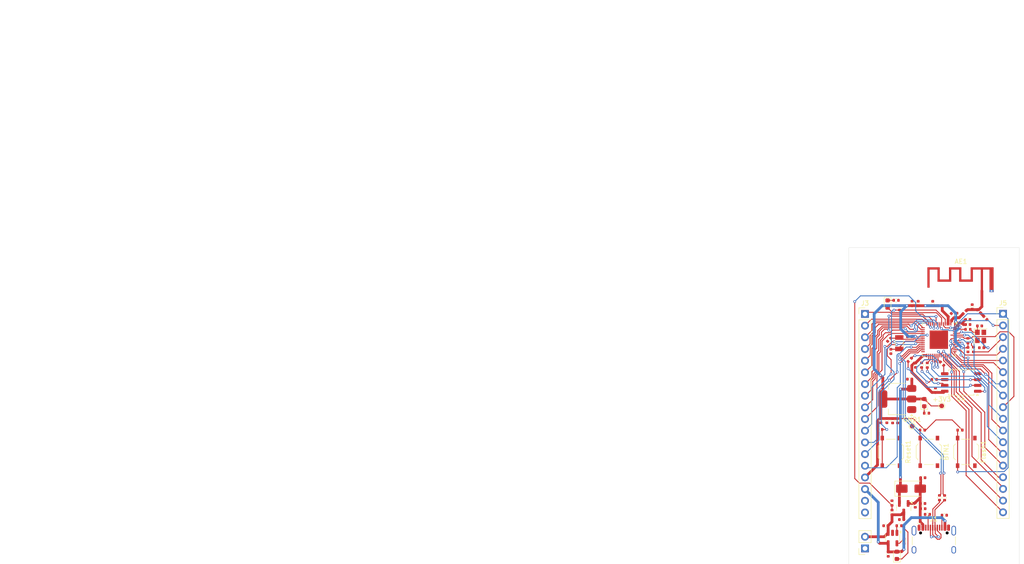
<source format=kicad_pcb>
(kicad_pcb (version 20241229) (generator "pcbnew") (generator_version "9.0")
  (layers (0 "F.Cu" signal) (2 "B.Cu" signal) (13 "F.Paste" user) (15 "B.Paste" user) (5 "F.SilkS" user "F.Silkscreen") (7 "B.SilkS" user "B.Silkscreen") (1 "F.Mask" user) (3 "B.Mask" user) (25 "Edge.Cuts" user))
  (net 0 "")
  (net 1 "VDD_CPU")
  (net 2 "GND")
  (net 3 "Net-(AE1-FEED)")
  (net 4 "IO14")
  (net 5 "+5V")
  (net 6 "VSYS")
  (net 7 "Net-(C4-Pad2)")
  (net 8 "Net-(U2-XTAL_N)")
  (net 9 "VDD_SPI")
  (net 10 "Net-(U2-LNA_IN)")
  (net 11 "Net-(C22-Pad1)")
  (net 12 "VBAT")
  (net 13 "EN")
  (net 14 "XTAL32P")
  (net 15 "XTAL32N")
  (net 16 "Net-(D1-K)")
  (net 17 "Net-(D2-K)")
  (net 18 "Net-(D3-K)")
  (net 19 "IO1")
  (net 20 "IO0")
  (net 21 "USB_D-")
  (net 22 "Net-(J1-CC1)")
  (net 23 "USB_D+")
  (net 24 "Net-(J1-CC2)")
  (net 25 "IO12")
  (net 26 "IO17{slash}SCL")
  (net 27 "IO3")
  (net 28 "IO9")
  (net 29 "IO21")
  (net 30 "IO6")
  (net 31 "IO13")
  (net 32 "IO8")
  (net 33 "IO7")
  (net 34 "IO10")
  (net 35 "IO18{slash}SDA")
  (net 36 "IO11")
  (net 37 "IO5")
  (net 38 "IO35")
  (net 39 "IO38")
  (net 40 "IO34")
  (net 41 "IO39")
  (net 42 "IO40")
  (net 43 "IO47")
  (net 44 "TX")
  (net 45 "IO37")
  (net 46 "IO45")
  (net 47 "RX")
  (net 48 "IO42")
  (net 49 "IO36")
  (net 50 "IO2")
  (net 51 "IO46")
  (net 52 "IO41")
  (net 53 "IO48")
  (net 54 "IO33")
  (net 55 "Net-(U2-XTAL_P)")
  (net 56 "Net-(U3-STAT)")
  (net 57 "Net-(U2-SPIHD)")
  (net 58 "SPIHD")
  (net 59 "Net-(U2-SPIWP)")
  (net 60 "SPIWP")
  (net 61 "Net-(U2-SPICLK)")
  (net 62 "SPISCK")
  (net 63 "SPIQ")
  (net 64 "Net-(U2-SPIQ)")
  (net 65 "SPID")
  (net 66 "Net-(U2-SPID)")
  (net 67 "Net-(U2-U0TXD)")
  (net 68 "Net-(U3-PROG)")
  (net 69 "IO4{slash}BAT")
  (net 70 "SPICS0")
  (net 72 "Net-(C13-Pad2)")
  (footprint "Resistor_SMD:R_0402_1005Metric" (layer "F.Cu") (at 203.044649 82.251536)
    (property "Reference" "R12" (hide yes))
    (property "Value" "0" (hide yes))
  )
  (footprint "Capacitor_SMD:C_0402_1005Metric" (layer "F.Cu") (at 199.553702 65.718784 -90)
    (property "Reference" "C12" (hide yes))
    (property "Value" "0.1uF" (hide yes))
  )
  (footprint "Capacitor_SMD:C_0402_1005Metric" (layer "F.Cu") (at 194.0007 91.231858 -90)
    (property "Reference" "C14" (hide yes))
    (property "Value" "10uF" (hide yes))
  )
  (footprint "Package_TO_SOT_SMD:SOT-223-3_TabPin2" (layer "F.Cu") (at 195 86.5 180)
    (property "Reference" "U1" (hide yes))
    (property "Value" "AMS1117-3.3" (hide yes))
  )
  (footprint "Resistor_SMD:R_0402_1005Metric" (layer "F.Cu") (at 201.376425 89.582399)
    (property "Reference" "R6" (hide yes))
    (property "Value" "470" (hide yes))
  )
  (footprint "TestPoint:TestPoint_Pad_D1.0mm" (layer "F.Cu") (at 204.673814 88)
    (property "Reference" "+3V3")
    (property "Value" "+3V3" (hide yes))
  )
  (footprint "Capacitor_SMD:C_0402_1005Metric" (layer "F.Cu") (at 212.902222 70.598526 180)
    (property "Reference" "C4" (hide yes))
    (property "Value" "12pF" (hide yes))
  )
  (footprint "Capacitor_SMD:C_0402_1005Metric" (layer "F.Cu") (at 191.444553 91.192583 -90)
    (property "Reference" "C11" (hide yes))
    (property "Value" "0.1uF" (hide yes))
  )
  (footprint "Capacitor_SMD:C_0402_1005Metric" (layer "F.Cu") (at 210.371457 75.77211 90)
    (property "Reference" "C19" (hide yes))
    (property "Value" "0.1uF" (hide yes))
  )
  (footprint "Resistor_SMD:R_0402_1005Metric" (layer "F.Cu") (at 194.755977 65.036113)
    (property "Reference" "R8" (hide yes))
    (property "Value" "470R" (hide yes))
  )
  (footprint "Diode_SMD:D_SMA" (layer "F.Cu") (at 198 106)
    (property "Reference" "D4" (hide yes))
    (property "Value" "SS14" (hide yes))
  )
  (footprint "Button_Switch_SMD:SW_Push_1P1T_XKB_TS-1187A" (layer "F.Cu") (at 201.875 98 -90)
    (property "Reference" "BTN1")
    (property "Value" "BTN" (hide yes))
  )
  (footprint "Capacitor_SMD:C_0402_1005Metric" (layer "F.Cu") (at 197.694964 82.182538 180)
    (property "Reference" "C3" (hide yes))
    (property "Value" "10uF" (hide yes))
  )
  (footprint "Package_DFN_QFN:QFN-56-1EP_7x7mm_P0.4mm_EP4x4mm" (layer "F.Cu") (at 204.05 73.6 -90)
    (property "Reference" "U2" (hide yes))
    (property "Value" "ESP32-S3" (hide yes))
  )
  (footprint "Capacitor_SMD:C_0402_1005Metric" (layer "F.Cu") (at 213.32936 75.349698 180)
    (property "Reference" "C5" (hide yes))
    (property "Value" "12pF" (hide yes))
  )
  (footprint "TestPoint:TestPoint_Pad_D1.0mm" (layer "F.Cu") (at 198.251927 92.40602)
    (property "Reference" "GND1")
    (property "Value" "GND" (hide yes))
  )
  (footprint "Connector_PinHeader_2.54mm:PinHeader_1x18_P2.54mm_Vertical" (layer "F.Cu") (at 218 67.96)
    (property "Reference" "J5")
    (property "Value" "Conn_01x18_Pin" (hide yes))
  )
  (footprint "Capacitor_SMD:C_0402_1005Metric" (layer "F.Cu") (at 207.969681 68.307684 90)
    (property "Reference" "C20" (hide yes))
    (property "Value" "15pF" (hide yes))
  )
  (footprint "Resistor_SMD:R_0402_1005Metric" (layer "F.Cu") (at 195.405446 114.066179 180)
    (property "Reference" "R9" (hide yes))
    (property "Value" "1K" (hide yes))
  )
  (footprint "Capacitor_SMD:C_0402_1005Metric" (layer "F.Cu") (at 202.71516 65.725497 -90)
    (property "Reference" "C7" (hide yes))
    (property "Value" "10uF" (hide yes))
  )
  (footprint "Capacitor_SMD:C_0402_1005Metric" (layer "F.Cu") (at 193.04551 120.238786 -90)
    (property "Reference" "C15" (hide yes))
    (property "Value" "10uF" (hide yes))
  )
  (footprint "Capacitor_SMD:C_0402_1005Metric" (layer "F.Cu") (at 195.512586 66.667972 -90)
    (property "Reference" "C26" (hide yes))
    (property "Value" "10nF" (hide yes))
  )
  (footprint "Connector_PinHeader_2.54mm:PinHeader_1x18_P2.54mm_Vertical" (layer "F.Cu") (at 188 68)
    (property "Reference" "J3")
    (property "Value" "Conn_01x18_Pin" (hide yes))
  )
  (footprint "Resistor_SMD:R_0402_1005Metric" (layer "F.Cu") (at 196.454418 117.438576 -90)
    (property "Reference" "R17" (hide yes))
    (property "Value" "2K" (hide yes))
  )
  (footprint "RF_Antenna:Texas_SWRA117D_2.4GHz_Left" (layer "F.Cu") (at 213.4 63)
    (property "Reference" "AE1")
    (property "Value" "Antenna" (hide yes))
  )
  (footprint "Package_SO:SOIC-8_5.3x5.3mm_P1.27mm" (layer "F.Cu") (at 208.9125 82.905 180)
    (property "Reference" "U4")
    (property "Value" "W25Q128JVS" (hide yes))
  )
  (footprint "Resistor_SMD:R_0402_1005Metric" (layer "F.Cu") (at 204.748971 78.814675 -45)
    (property "Reference" "R14" (hide yes))
    (property "Value" "0" (hide yes))
  )
  (footprint "Connector_PinSocket_2.54mm:PinSocket_1x02_P2.54mm_Vertical" (layer "F.Cu") (at 188 119 180)
    (property "Reference" "J2" (hide yes))
    (property "Value" "Conn_01x02_Pin" (hide yes))
  )
  (footprint "Capacitor_SMD:C_0402_1005Metric" (layer "F.Cu") (at 210.346363 70.303674 180)
    (property "Reference" "C16" (hide yes))
    (property "Value" "1uF" (hide yes))
  )
  (footprint "Resistor_SMD:R_0402_1005Metric" (layer "F.Cu") (at 205.294078 107.994036 90)
    (property "Reference" "R3" (hide yes))
    (property "Value" "33R" (hide yes))
  )
  (footprint "Resistor_SMD:R_0402_1005Metric" (layer "F.Cu") (at 208.642829 93.262945 180)
    (property "Reference" "R16" (hide yes))
    (property "Value" "10K" (hide yes))
  )
  (footprint "Inductor_SMD:L_0402_1005Metric" (layer "F.Cu") (at 204.302767 66.205497)
    (property "Reference" "L1" (hide yes))
    (property "Value" "2nH" (hide yes))
  )
  (footprint "Capacitor_SMD:C_0402_1005Metric" (layer "F.Cu") (at 200.59477 110.36225)
    (property "Reference" "C1" (hide yes))
    (property "Value" "10uF" (hide yes))
  )
  (footprint "Crystal:Crystal_SMD_3215-2Pin_3.2x1.5mm" (layer "F.Cu") (at 195.453002 74.364116 90)
    (property "Reference" "Y2" (hide yes))
    (property "Value" "37.768kHz" (hide yes))
  )
  (footprint "Button_Switch_SMD:SW_Push_1P1T_XKB_TS-1187A" (layer "F.Cu") (at 210 98 -90)
    (property "Reference" "Flash1")
    (property "Value" "Flash" (hide yes))
  )
  (footprint "Resistor_SMD:R_0402_1005Metric" (layer "F.Cu") (at 204.185636 107.978314 90)
    (property "Reference" "R4" (hide yes))
    (property "Value" "33R" (hide yes))
  )
  (footprint "Capacitor_SMD:C_0402_1005Metric" (layer "F.Cu") (at 206.413287 68.236487 -135)
    (property "Reference" "C13" (hide yes))
    (property "Value" "0.1uF" (hide yes))
  )
  (footprint "Resistor_SMD:R_0402_1005Metric" (layer "F.Cu") (at 193.85779 109.132007 90)
    (property "Reference" "R21" (hide yes))
    (property "Value" "200K" (hide yes))
  )
  (footprint "Button_Switch_SMD:SW_Push_1P1T_XKB_TS-1187A" (layer "F.Cu") (at 193.625 98 -90)
    (property "Reference" "Reset1")
    (property "Value" "Reset" (hide yes))
  )
  (footprint "Resistor_SMD:R_0402_1005Metric" (layer "F.Cu") (at 197.726333 77.9821 -135)
    (property "Reference" "R13" (hide yes))
    (property "Value" "0" (hide yes))
  )
  (footprint "Capacitor_SMD:C_0402_1005Metric" (layer "F.Cu") (at 210.336669 69.213523 180)
    (property "Reference" "C18" (hide yes))
    (property "Value" "10nF" (hide yes))
  )
  (footprint "Resistor_SMD:R_0402_1005Metric" (layer "F.Cu") (at 210.358786 73.803283 90)
    (property "Reference" "R7" (hide yes))
    (property "Value" "DNP" (hide yes))
  )
  (footprint "Resistor_SMD:R_0402_1005Metric" (layer "F.Cu") (at 193.868226 111.167054 90)
    (property "Reference" "R20" (hide yes))
    (property "Value" "200K" (hide yes))
  )
  (footprint "Resistor_SMD:R_0402_1005Metric" (layer "F.Cu") (at 210.359087 71.350312 180)
    (property "Reference" "R5" (hide yes))
    (property "Value" "0" (hide yes))
  )
  (footprint "Capacitor_SMD:C_0402_1005Metric" (layer "F.Cu") (at 214.151715 68.868166 -45)
    (property "Reference" "C22" (hide yes))
    (property "Value" "DNP" (hide yes))
  )
  (footprint "Capacitor_SMD:C_0402_1005Metric" (layer "F.Cu") (at 198.982177 79.138347 90)
    (property "Reference" "C25" (hide yes))
    (property "Value" "0.1uF" (hide yes))
  )
  (footprint "Capacitor_SMD:C_0402_1005Metric" (layer "F.Cu") (at 193.613593 76.157896 90)
    (property "Reference" "C29" (hide yes))
    (property "Value" "12pF" (hide yes))
  )
  (footprint "Capacitor_SMD:C_0402_1005Metric" (layer "F.Cu") (at 203.310828 84.59071 -90)
    (property "Reference" "C24" (hide yes))
    (property "Value" "1uF" (hide yes))
  )
  (footprint "LED_SMD:LED_0603_1608Metric" (layer "F.Cu") (at 194.919799 120.501534 90)
    (property "Reference" "D2" (hide yes))
    (property "Value" "LED" (hide yes))
  )
  (footprint "Crystal:Crystal_SMD_2520-4Pin_2.5x2.0mm" (layer "F.Cu") (at 213.125 72.875 -90)
    (property "Reference" "Y1" (hide yes))
    (property "Value" "40MHz(10ppm)" (hide yes))
  )
  (footprint "Capacitor_SMD:C_0402_1005Metric" (layer "F.Cu") (at 193.246834 73.600776 45)
    (property "Reference" "C27" (hide yes))
    (property "Value" "12pF" (hide yes))
  )
  (footprint "Resistor_SMD:R_0402_1005Metric" (layer "F.Cu") (at 191.217987 93.122405)
    (property "Reference" "R19" (hide yes))
    (property "Value" "10K" (hide yes))
  )
  (footprint "Capacitor_SMD:C_0402_1005Metric" (layer "F.Cu") (at 195.075354 91.225945 -90)
    (property "Reference" "C10" (hide yes))
    (property "Value" "10uF" (hide yes))
  )
  (footprint "Resistor_SMD:R_0402_1005Metric" (layer "F.Cu") (at 198.924547 109.54334 90)
    (property "Reference" "R22" (hide yes))
    (property "Value" "200K" (hide yes))
  )
  (footprint "Capacitor_SMD:C_0402_1005Metric" (layer "F.Cu") (at 211.295652 66.455143 90)
    (property "Reference" "C21" (hide yes))
    (property "Value" "15pF" (hide yes))
  )
  (footprint "Resistor_SMD:R_0402_1005Metric" (layer "F.Cu") (at 200.473176 93.264256 180)
    (property "Reference" "R18" (hide yes))
    (property "Value" "10K" (hide yes))
  )
  (footprint "Inductor_SMD:L_0402_1005Metric" (layer "F.Cu") (at 212.743593 67.416364 135)
    (property "Reference" "L3" (hide yes))
    (property "Value" "DNP" (hide yes))
  )
  (footprint "Connector_USB:USB_C_Receptacle_HCTL_HC-TYPE-C-16P-01A" (layer "F.Cu") (at 202.96432 118.23661)
    (property "Reference" "J1")
    (property "Value" "USB_C_Receptacle_USB2.0_14P" (hide yes))
  )
  (footprint "Capacitor_SMD:C_0402_1005Metric" (layer "F.Cu") (at 197.690094 72.95393 180)
    (property "Reference" "C17" (hide yes))
    (property "Value" "0.1uF" (hide yes))
  )
  (footprint "Resistor_SMD:R_0402_1005Metric" (layer "F.Cu") (at 205.24214 111.784254 180)
    (property "Reference" "R2" (hide yes))
    (property "Value" "5.1K" (hide yes))
  )
  (footprint "LED_SMD:LED_0603_1608Metric" (layer "F.Cu") (at 192.910474 65.84027 -90)
    (property "Reference" "D3" (hide yes))
    (property "Value" "LED" (hide yes))
  )
  (footprint "Package_TO_SOT_SMD:SOT-23-5" (layer "F.Cu") (at 193.985353 116.74987 -90)
    (property "Reference" "U3" (hide yes))
    (property "Value" "MCP73831-2-OT" (hide yes))
  )
  (footprint "Package_TO_SOT_SMD:SOT-23" (layer "F.Cu") (at 196.420706 110.155113 -90)
    (property "Reference" "Q1" (hide yes))
    (property "Value" "AO3401A" (hide yes))
  )
  (footprint "Capacitor_SMD:C_0402_1005Metric" (layer "F.Cu") (at 200.568605 103.625342)
    (property "Reference" "C2" (hide yes))
    (property "Value" "0.1uF" (hide yes))
  )
  (footprint "LED_SMD:LED_0603_1608Metric" (layer "F.Cu") (at 200.878235 87.2875 90)
    (property "Reference" "D1" (hide yes))
    (property "Value" "LED" (hide yes))
  )
  (footprint "Capacitor_SMD:C_0402_1005Metric" (layer "F.Cu") (at 198.234456 65.701203 -90)
    (property "Reference" "C9" (hide yes))
    (property "Value" "1uF" (hide yes))
  )
  (footprint "Capacitor_SMD:C_0402_1005Metric" (layer "F.Cu") (at 195.950298 112.723277 180)
    (property "Reference" "C28" (hide yes))
    (property "Value" "10uF" (hide yes))
  )
  (footprint "Resistor_SMD:R_0402_1005Metric" (layer "F.Cu") (at 201.571481 111.596322 180)
    (property "Reference" "R1" (hide yes))
    (property "Value" "5.1K" (hide yes))
  )
  (footprint "Resistor_SMD:R_0402_1005Metric" (layer "F.Cu") (at 201.536735 79.146844 -90)
    (property "Reference" "R11" (hide yes))
    (property "Value" "0" (hide yes))
  )
  (footprint "Capacitor_SMD:C_0402_1005Metric" (layer "F.Cu") (at 200.550575 109.231784)
    (property "Reference" "C6" (hide yes))
    (property "Value" "10uF" (hide yes))
  )
  (footprint "Capacitor_SMD:C_0402_1005Metric" (layer "F.Cu") (at 192.74355 91.192583 -90)
    (property "Reference" "C8" (hide yes))
    (property "Value" "10uF" (hide yes))
  )
  (footprint "Capacitor_SMD:C_0402_1005Metric" (layer "F.Cu") (at 192.528748 114.066337 180)
    (property "Reference" "C23" (hide yes))
    (property "Value" "10uF" (hide yes))
  )
  (footprint "Resistor_SMD:R_0402_1005Metric" (layer "F.Cu") (at 200.297682 79.128711 -90)
    (property "Reference" "R10" (hide yes))
    (property "Value" "0" (hide yes))
  )
  (footprint "Inductor_SMD:L_0402_1005Metric" (layer "F.Cu") (at 209.653723 67.612746 45)
    (property "Reference" "L2" (hide yes))
    (property "Value" "4.7nF" (hide yes))
  )
  (footprint "Resistor_SMD:R_0402_1005Metric" (layer "F.Cu") (at 211.574457 75.741246 -90)
    (property "Reference" "R15" (hide yes))
    (property "Value" "470" (hide yes))
  )
  (gr_rect (start 184.496691 53.575) (end 221.554235 122.425) (stroke (width 0.05)) (fill no) (layer "Edge.Cuts"))
  (segment (start 203.817767 66.205497) (end 199.293945 66.205497) (width 0.6) (layer "F.Cu") (net 1))
  (segment (start 191.477915 90.745945) (end 191.444553 90.712583) (width 0.6) (layer "F.Cu") (net 1))
  (segment (start 188 103.56) (end 190.707987 100.852013) (width 0.6) (layer "F.Cu") (net 1))
  (segment (start 190.707987 93.122405) (end 190.683553 93.097971) (width 0.6) (layer "F.Cu") (net 1))
  (segment (start 209.393866 70.303674) (end 209.866363 70.303674) (width 0.6) (layer "F.Cu") (net 1))
  (segment (start 198.961921 72.881946) (end 198.242078 72.881946) (width 0.6) (layer "F.Cu") (net 1))
  (segment (start 208.811312 75.378759) (end 208.432553 75) (width 0.2) (layer "F.Cu") (net 1))
  (segment (start 190.683553 93.097971) (end 190.683553 91.283901) (width 0.6) (layer "F.Cu") (net 1))
  (segment (start 200.983176 93.264256) (end 199.945496 92.226575) (width 0.2) (layer "F.Cu") (net 1))
  (segment (start 210.371457 74.325954) (end 210.358786 74.313283) (width 0.2) (layer "F.Cu") (net 1))
  (segment (start 204.673814 88) (end 202.378235 88) (width 0.2) (layer "F.Cu") (net 1))
  (segment (start 198.242078 72.881946) (end 198.170094 72.95393) (width 0.6) (layer "F.Cu") (net 1))
  (segment (start 207.66 69.720573) (end 207.66 71.24) (width 0.6) (layer "F.Cu") (net 1))
  (segment (start 207.705415 69.675158) (end 207.66 69.720573) (width 0.6) (layer "F.Cu") (net 1))
  (segment (start 210.371457 75.29211) (end 210.062039 75.29211) (width 0.2) (layer "F.Cu") (net 1))
  (segment (start 190.707987 100.852013) (end 190.707987 93.122405) (width 0.6) (layer "F.Cu") (net 1))
  (segment (start 207.705415 69.675158) (end 207.705415 70.035415) (width 0.6) (layer "F.Cu") (net 1))
  (segment (start 200.6 73) (end 199.079975 73) (width 0.2) (layer "F.Cu") (net 1))
  (segment (start 207.705415 70.035415) (end 208.469312 70.799312) (width 0.6) (layer "F.Cu") (net 1))
  (segment (start 191.444553 86.905447) (end 191.85 86.5) (width 0.6) (layer "F.Cu") (net 1))
  (segment (start 198.464865 90.745945) (end 195.075354 90.745945) (width 0.2) (layer "F.Cu") (net 1))
  (segment (start 191.346344 81.343151) (end 191.870786 81.867593) (width 0.6) (layer "F.Cu") (net 1))
  (segment (start 207.651 71.249) (end 207.5 71.249) (width 0.6) (layer "F.Cu") (net 1))
  (segment (start 200.983176 93.264256) (end 201.198222 93.264256) (width 0.2) (layer "F.Cu") (net 1))
  (segment (start 202.378235 88) (end 200.878235 86.5) (width 0.2) (layer "F.Cu") (net 1))
  (segment (start 191.85 86.5) (end 198.15 86.5) (width 0.6) (layer "F.Cu") (net 1))
  (segment (start 191.444553 90.712583) (end 191.444553 86.905447) (width 0.6) (layer "F.Cu") (net 1))
  (segment (start 200.928216 86.5) (end 201.138582 86.710366) (width 0.6) (layer "F.Cu") (net 1))
  (segment (start 210.062039 75.29211) (end 209.97539 75.378759) (width 0.2) (layer "F.Cu") (net 1))
  (segment (start 210.371457 75.29211) (end 210.371457 74.325954) (width 0.2) (layer "F.Cu") (net 1))
  (segment (start 195.075354 90.745945) (end 191.477915 90.745945) (width 0.6) (layer "F.Cu") (net 1))
  (segment (start 208.020257 69.99) (end 209.080192 69.99) (width 0.6) (layer "F.Cu") (net 1))
  (segment (start 201.198222 93.264256) (end 203.418712 91.043766) (width 0.2) (layer "F.Cu") (net 1))
  (segment (start 199.269651 66.181203) (end 198.234456 66.181203) (width 0.6) (layer "F.Cu") (net 1))
  (segment (start 190.683553 91.283901) (end 191.254871 90.712583) (width 0.6) (layer "F.Cu") (net 1))
  (segment (start 197.096249 66.187972) (end 198.227687 66.187972) (width 0.6) (layer "F.Cu") (net 1))
  (segment (start 199.079975 73) (end 198.961921 72.881946) (width 0.2) (layer "F.Cu") (net 1))
  (segment (start 199.293945 66.205497) (end 199.269651 66.181203) (width 0.6) (layer "F.Cu") (net 1))
  (segment (start 198.227687 66.187972) (end 198.234456 66.181203) (width 0.6) (layer "F.Cu") (net 1))
  (segment (start 203.418712 91.043766) (end 206.93365 91.043766) (width 0.2) (layer "F.Cu") (net 1))
  (segment (start 191.870786 86.479214) (end 191.85 86.5) (width 0.6) (layer "F.Cu") (net 1))
  (segment (start 208.432553 75) (end 207.5 75) (width 0.2) (layer "F.Cu") (net 1))
  (segment (start 206.93365 91.043766) (end 209.152829 93.262945) (width 0.2) (layer "F.Cu") (net 1))
  (segment (start 209.039017 75.378759) (end 209.97539 75.378759) (width 0.2) (layer "F.Cu") (net 1))
  (segment (start 209.039017 75.378759) (end 208.811312 75.378759) (width 0.2) (layer "F.Cu") (net 1))
  (segment (start 207.66 71.24) (end 207.651 71.249) (width 0.6) (layer "F.Cu") (net 1))
  (segment (start 208.469312 70.799312) (end 208.633323 70.799312) (width 0.6) (layer "F.Cu") (net 1))
  (segment (start 198.15 86.5) (end 200.928216 86.5) (width 0.6) (layer "F.Cu") (net 1))
  (segment (start 191.870786 81.867593) (end 191.870786 86.479214) (width 0.6) (layer "F.Cu") (net 1))
  (segment (start 210.371457 74.80867) (end 210.358786 74.795999) (width 0.2) (layer "F.Cu") (net 1))
  (segment (start 207.705415 69.675158) (end 208.020257 69.99) (width 0.6) (layer "F.Cu") (net 1))
  (segment (start 209.080192 69.99) (end 209.393866 70.303674) (width 0.6) (layer "F.Cu") (net 1))
  (segment (start 199.945496 92.226575) (end 198.464865 90.745945) (width 0.2) (layer "F.Cu") (net 1))
  (segment (start 191.254871 90.712583) (end 191.444553 90.712583) (width 0.6) (layer "F.Cu") (net 1))
  (segment (start 209.080192 69.99) (end 209.856669 69.213523) (width 0.6) (layer "F.Cu") (net 1))
  (via (at 207.705415 69.675158) (size 0.6) (drill 0.3) (layers "F.Cu" "B.Cu") (net 1))
  (via (at 209.039017 75.378759) (size 0.6) (drill 0.3) (layers "F.Cu" "B.Cu") (net 1))
  (via (at 198.961921 72.881946) (size 0.6) (drill 0.3) (layers "F.Cu" "B.Cu") (net 1))
  (via (at 208.633323 70.859652) (size 0.6) (drill 0.3) (layers "F.Cu" "B.Cu") (net 1))
  (via (at 201.134447 66.205497) (size 0.6) (drill 0.3) (layers "F.Cu" "B.Cu") (net 1))
  (via (at 197.096249 66.187972) (size 0.6) (drill 0.3) (layers "F.Cu" "B.Cu") (net 1))
  (via (at 191.346344 81.343151) (size 0.6) (drill 0.3) (layers "F.Cu" "B.Cu") (net 1))
  (segment (start 195.761935 71.259024) (end 197.384857 72.881946) (width 0.6) (layer "B.Cu") (net 1))
  (segment (start 207.705415 69.675158) (end 207.705415 67.846814) (width 0.6) (layer "B.Cu") (net 1))
  (segment (start 209.039017 75.378759) (end 207.66 73.999742) (width 0.6) (layer "B.Cu") (net 1))
  (segment (start 195.761935 67.522286) (end 195.761935 71.259024) (width 0.6) (layer "B.Cu") (net 1))
  (segment (start 191.754702 66.187972) (end 197.096249 66.187972) (width 0.6) (layer "B.Cu") (net 1))
  (segment (start 189.989794 67.95288) (end 191.754702 66.187972) (width 0.6) (layer "B.Cu") (net 1))
  (segment (start 197.384857 72.881946) (end 198.961921 72.881946) (width 0.6) (layer "B.Cu") (net 1))
  (segment (start 206.064098 66.205497) (end 201.134447 66.205497) (width 0.6) (layer "B.Cu") (net 1))
  (segment (start 189.989794 79.986601) (end 189.989794 67.95288) (width 0.6) (layer "B.Cu") (net 1))
  (segment (start 197.096249 66.187972) (end 195.761935 67.522286) (width 0.6) (layer "B.Cu") (net 1))
  (segment (start 191.346344 81.343151) (end 189.989794 79.986601) (width 0.6) (layer "B.Cu") (net 1))
  (segment (start 207.705415 67.846814) (end 206.064098 66.205497) (width 0.6) (layer "B.Cu") (net 1))
  (segment (start 208.633323 70.859652) (end 207.66 71.832975) (width 0.6) (layer "B.Cu") (net 1))
  (segment (start 207.66 71.832975) (end 207.66 73.999742) (width 0.6) (layer "B.Cu") (net 1))
  (segment (start 213.4 66.398755) (end 213.4 63) (width 0.6) (layer "F.Cu") (net 3))
  (segment (start 212.739746 67.059009) (end 213.4 66.398755) (width 0.6) (layer "F.Cu") (net 3))
  (segment (start 210.322969 67.059009) (end 210.168112 67.213866) (width 0.6) (layer "F.Cu") (net 3))
  (segment (start 210.322969 67.059009) (end 212.739746 67.059009) (width 0.6) (layer "F.Cu") (net 3))
  (segment (start 192.321757 75.071433) (end 192.853434 75.071433) (width 0.2) (layer "F.Cu") (net 4))
  (segment (start 192.853434 75.071433) (end 193.890004 74.034863) (width 0.2) (layer "F.Cu") (net 4))
  (segment (start 193.890004 74.034863) (end 194.345506 74.034863) (width 0.2) (layer "F.Cu") (net 4))
  (segment (start 199.963176 94.963176) (end 200 95) (width 0.2) (layer "F.Cu") (net 4))
  (segment (start 200 95) (end 200 101) (width 0.2) (layer "F.Cu") (net 4))
  (segment (start 201.513095 72.6) (end 201.51535 72.597745) (width 0.2) (layer "F.Cu") (net 4))
  (segment (start 199.963176 93.264256) (end 199.963176 94.963176) (width 0.2) (layer "F.Cu") (net 4))
  (segment (start 200.6 72.6) (end 201.513095 72.6) (width 0.2) (layer "F.Cu") (net 4))
  (via (at 201.51535 72.597745) (size 0.6) (drill 0.3) (layers "F.Cu" "B.Cu") (net 4))
  (via (at 194.345506 74.034863) (size 0.6) (drill 0.3) (layers "F.Cu" "B.Cu") (net 4))
  (via (at 192.321757 75.071433) (size 0.6) (drill 0.3) (layers "F.Cu" "B.Cu") (net 4))
  (segment (start 188 93.4) (end 189.438794 91.961206) (width 0.2) (layer "B.Cu") (net 4))
  (segment (start 194.345506 74.034863) (end 198.676878 74.034863) (width 0.2) (layer "B.Cu") (net 4))
  (segment (start 192.321757 81.14697) (end 192.321757 75.071433) (width 0.2) (layer "B.Cu") (net 4))
  (segment (start 189.438794 84.029933) (end 192.321757 81.14697) (width 0.2) (layer "B.Cu") (net 4))
  (segment (start 198.676878 74.034863) (end 200.113996 72.597745) (width 0.2) (layer "B.Cu") (net 4))
  (segment (start 200.113996 72.597745) (end 201.51535 72.597745) (width 0.2) (layer "B.Cu") (net 4))
  (segment (start 189.438794 91.961206) (end 189.438794 84.029933) (width 0.2) (layer "B.Cu") (net 4))
  (segment (start 193.031552 117.891171) (end 193.035353 117.88737) (width 0.6) (layer "F.Cu") (net 5))
  (segment (start 200 107.957887) (end 198.924547 109.03334) (width 0.6) (layer "F.Cu") (net 5))
  (segment (start 200 107.957887) (end 200 113.22319) (width 0.6) (layer "F.Cu") (net 5))
  (segment (start 205.36432 114.49161) (end 205.36432 113.024629) (width 0.6) (layer "F.Cu") (net 5))
  (segment (start 200.088605 105.911395) (end 200 106) (width 0.6) (layer "F.Cu") (net 5))
  (segment (start 200.56432 113.78751) (end 200.56432 114.49161) (width 0.6) (layer "F.Cu") (net 5))
  (segment (start 191.184274 117.88737) (end 190.881844 117.58494) (width 0.6) (layer "F.Cu") (net 5))
  (segment (start 195.931365 119.714034) (end 196.437736 119.207663) (width 0.6) (layer "F.Cu") (net 5))
  (segment (start 194.919799 119.714034) (end 195.931365 119.714034) (width 0.6) (layer "F.Cu") (net 5))
  (segment (start 200 106) (end 200 107.957887) (width 0.6) (layer "F.Cu") (net 5))
  (segment (start 193.035353 117.88737) (end 191.184274 117.88737) (width 0.6) (layer "F.Cu") (net 5))
  (segment (start 198.740274 109.217613) (end 198.924547 109.03334) (width 0.6) (layer "F.Cu") (net 5))
  (segment (start 197.370706 109.217613) (end 198.740274 109.217613) (width 0.6) (layer "F.Cu") (net 5))
  (segment (start 193.04551 119.758786) (end 193.04551 118.126305) (width 0.6) (layer "F.Cu") (net 5))
  (segment (start 193.04551 119.758786) (end 194.743375 119.758786) (width 0.6) (layer "F.Cu") (net 5))
  (segment (start 200 113.22319) (end 200.56432 113.78751) (width 0.6) (layer "F.Cu") (net 5))
  (segment (start 200.088605 103.625342) (end 200.088605 105.911395) (width 0.6) (layer "F.Cu") (net 5))
  (segment (start 205.36432 113.024629) (end 205.380972 113.007977) (width 0.6) (layer "F.Cu") (net 5))
  (via (at 190.881844 117.58494) (size 0.6) (drill 0.3) (layers "F.Cu" "B.Cu") (net 5))
  (via (at 205.380972 113.007977) (size 0.6) (drill 0.3) (layers "F.Cu" "B.Cu") (net 5))
  (via (at 196.437736 119.207663) (size 0.6) (drill 0.3) (layers "F.Cu" "B.Cu") (net 5))
  (segment (start 196.437736 119.207663) (end 196.437736 113.945782) (width 0.6) (layer "B.Cu") (net 5))
  (segment (start 204.680368 112.307373) (end 205.380972 113.007977) (width 0.6) (layer "B.Cu") (net 5))
  (segment (start 188 106.1) (end 190.881844 108.981844) (width 0.6) (layer "B.Cu") (net 5))
  (segment (start 198.076145 112.307373) (end 204.680368 112.307373) (width 0.6) (layer "B.Cu") (net 5))
  (segment (start 196.437736 113.945782) (end 198.076145 112.307373) (width 0.6) (layer "B.Cu") (net 5))
  (segment (start 190.881844 108.981844) (end 190.881844 117.58494) (width 0.6) (layer "B.Cu") (net 5))
  (segment (start 197.995471 84.354529) (end 198.15 84.2) (width 0.6) (layer "F.Cu") (net 6))
  (segment (start 198.174964 82.182538) (end 198.174964 84.175036) (width 0.6) (layer "F.Cu") (net 6))
  (segment (start 198.174964 84.175036) (end 198.15 84.2) (width 0.6) (layer "F.Cu") (net 6))
  (segment (start 195.470706 106.529294) (end 196 106) (width 0.6) (layer "F.Cu") (net 6))
  (segment (start 195.696587 103.504908) (end 195.696587 105.696587) (width 0.6) (layer "F.Cu") (net 6))
  (segment (start 195.696587 84.354529) (end 197.995471 84.354529) (width 0.6) (layer "F.Cu") (net 6))
  (segment (start 195.696587 105.696587) (end 196 106) (width 0.6) (layer "F.Cu") (net 6))
  (segment (start 195.470706 109.217613) (end 195.470706 106.529294) (width 0.6) (layer "F.Cu") (net 6))
  (via (at 195.696587 84.354529) (size 0.6) (drill 0.3) (layers "F.Cu" "B.Cu") (net 6))
  (via (at 195.696587 103.504908) (size 0.6) (drill 0.3) (layers "F.Cu" "B.Cu") (net 6))
  (segment (start 195.696587 103.504908) (end 195.696587 84.354529) (width 0.6) (layer "B.Cu") (net 6))
  (segment (start 211.518775 72) (end 210.869087 71.350312) (width 0.2) (layer "F.Cu") (net 7))
  (segment (start 212.425 72) (end 211.518775 72) (width 0.2) (layer "F.Cu") (net 7))
  (segment (start 212.425 72) (end 212.425 70.601304) (width 0.2) (layer "F.Cu") (net 7))
  (segment (start 212.425 70.601304) (end 212.422222 70.598526) (width 0.2) (layer "F.Cu") (net 7))
  (segment (start 208.958413 71.900312) (end 208.842899 71.900312) (width 0.2) (layer "F.Cu") (net 8))
  (segment (start 208.543211 72.2) (end 207.5 72.2) (width 0.2) (layer "F.Cu") (net 8))
  (segment (start 213.80936 75.349698) (end 213.80936 73.76564) (width 0.2) (layer "F.Cu") (net 8))
  (segment (start 213.811936 75.347122) (end 213.80936 75.349698) (width 0.2) (layer "F.Cu") (net 8))
  (segment (start 214.730444 75.347122) (end 213.811936 75.347122) (width 0.2) (layer "F.Cu") (net 8))
  (segment (start 213.80936 73.76564) (end 213.825 73.75) (width 0.2) (layer "F.Cu") (net 8))
  (segment (start 208.842899 71.900312) (end 208.543211 72.2) (width 0.2) (layer "F.Cu") (net 8))
  (via (at 208.958413 71.900312) (size 0.6) (drill 0.3) (layers "F.Cu" "B.Cu") (net 8))
  (via (at 214.730444 75.347122) (size 0.6) (drill 0.3) (layers "F.Cu" "B.Cu") (net 8))
  (segment (start 214.454521 75.347122) (end 214.730444 75.347122) (width 0.2) (layer "B.Cu") (net 8))
  (segment (start 208.958413 71.900312) (end 209.064147 72.006046) (width 0.2) (layer "B.Cu") (net 8))
  (segment (start 209.064147 72.006046) (end 211.113445 72.006046) (width 0.2) (layer "B.Cu") (net 8))
  (segment (start 211.113445 72.006046) (end 214.454521 75.347122) (width 0.2) (layer "B.Cu") (net 8))
  (segment (start 198.171177 80.688582) (end 202.553305 85.07071) (width 0.6) (layer "F.Cu") (net 9))
  (segment (start 205.06429 85.07071) (end 205.325 84.81) (width 0.6) (layer "F.Cu") (net 9))
  (segment (start 203.310828 85.07071) (end 205.06429 85.07071) (width 0.6) (layer "F.Cu") (net 9))
  (segment (start 202.553305 85.07071) (end 203.310828 85.07071) (width 0.6) (layer "F.Cu") (net 9))
  (segment (start 198.721785 78.658347) (end 198.171177 79.208955) (width 0.6) (layer "F.Cu") (net 9))
  (segment (start 198.982177 78.658347) (end 198.721785 78.658347) (width 0.6) (layer "F.Cu") (net 9))
  (segment (start 198.982177 78.658347) (end 200.590524 77.05) (width 0.6) (layer "F.Cu") (net 9))
  (segment (start 200.590524 77.05) (end 201.249 77.05) (width 0.6) (layer "F.Cu") (net 9))
  (segment (start 198.171177 79.208955) (end 198.171177 80.688582) (width 0.6) (layer "F.Cu") (net 9))
  (segment (start 208.468658 68.833454) (end 207.301958 68.833454) (width 0.6) (layer "F.Cu") (net 10))
  (segment (start 207.301958 68.833454) (end 206.824876 69.310536) (width 0.6) (layer "F.Cu") (net 10))
  (segment (start 208.468658 68.797811) (end 209.310776 67.955693) (width 0.6) (layer "F.Cu") (net 10))
  (segment (start 206.824876 69.310536) (end 206.824876 69.526521) (width 0.6) (layer "F.Cu") (net 10))
  (segment (start 206.65 69.592932) (end 206.716411 69.526521) (width 0.2) (layer "F.Cu") (net 10))
  (segment (start 206.65 70.15) (end 206.65 69.592932) (width 0.2) (layer "F.Cu") (net 10))
  (segment (start 208.468658 68.833454) (end 208.468658 68.797811) (width 0.6) (layer "F.Cu") (net 10))
  (segment (start 206.824876 69.526521) (end 206.85 69.551645) (width 0.6) (layer "F.Cu") (net 10))
  (segment (start 213.812304 68.485075) (end 213.08654 67.759311) (width 0.6) (layer "F.Cu") (net 11))
  (segment (start 213.812304 68.528755) (end 213.812304 68.485075) (width 0.6) (layer "F.Cu") (net 11))
  (segment (start 193.035353 114.092942) (end 193.008748 114.066337) (width 0.6) (layer "F.Cu") (net 12))
  (segment (start 195.836265 111.677054) (end 196.420706 111.092613) (width 0.6) (layer "F.Cu") (net 12))
  (segment (start 193.035353 115.61237) (end 193.035353 114.092942) (width 0.6) (layer "F.Cu") (net 12))
  (segment (start 193.868226 111.677054) (end 195.836265 111.677054) (width 0.6) (layer "F.Cu") (net 12))
  (segment (start 196.420706 111.092613) (end 196.420706 112.713685) (width 0.6) (layer "F.Cu") (net 12))
  (segment (start 193.868226 113.206859) (end 193.008748 114.066337) (width 0.6) (layer "F.Cu") (net 12))
  (segment (start 196.420706 112.713685) (end 196.430298 112.723277) (width 0.6) (layer "F.Cu") (net 12))
  (segment (start 188 116.46) (end 192.187723 116.46) (width 0.6) (layer "F.Cu") (net 12))
  (segment (start 192.187723 116.46) (end 193.035353 115.61237) (width 0.6) (layer "F.Cu") (net 12))
  (segment (start 193.868226 111.677054) (end 193.868226 113.206859) (width 0.6) (layer "F.Cu") (net 12))
  (segment (start 195.512586 67.147972) (end 194.338013 67.147972) (width 0.2) (layer "F.Cu") (net 13))
  (segment (start 205.45 69.173054) (end 203.424918 67.147972) (width 0.2) (layer "F.Cu") (net 13))
  (segment (start 194.338013 67.147972) (end 194.318105 67.16788) (width 0.2) (layer "F.Cu") (net 13))
  (segment (start 205.45 70.15) (end 205.45 69.173054) (width 0.2) (layer "F.Cu") (net 13))
  (segment (start 203.424918 67.147972) (end 195.512586 67.147972) (width 0.2) (layer "F.Cu") (net 13))
  (segment (start 191.727987 94.977987) (end 191.75 95) (width 0.2) (layer "F.Cu") (net 13))
  (segment (start 192.729123 93.122405) (end 191.727987 93.122405) (width 0.2) (layer "F.Cu") (net 13))
  (segment (start 191.75 95) (end 191.75 101) (width 0.2) (layer "F.Cu") (net 13))
  (segment (start 191.727987 93.122405) (end 191.727987 94.977987) (width 0.2) (layer "F.Cu") (net 13))
  (via (at 194.318105 67.16788) (size 0.6) (drill 0.3) (layers "F.Cu" "B.Cu") (net 13))
  (via (at 192.729123 93.122405) (size 0.6) (drill 0.3) (layers "F.Cu" "B.Cu") (net 13))
  (segment (start 194.314705 82.230591) (end 194.314705 80.612506) (width 0.2) (layer "B.Cu") (net 13))
  (segment (start 193.762634 74.603125) (end 193.762634 67.486086) (width 0.2) (layer "B.Cu") (net 13))
  (segment (start 194.08084 67.16788) (end 193.762634 67.486086) (width 0.2) (layer "B.Cu") (net 13))
  (segment (start 194.318105 67.16788) (end 194.08084 67.16788) (width 0.2) (layer "B.Cu") (net 13))
  (segment (start 194.314705 80.612506) (end 192.675157 78.972958) (width 0.2) (layer "B.Cu") (net 13))
  (segment (start 191.532542 85.012754) (end 194.314705 82.230591) (width 0.2) (layer "B.Cu") (net 13))
  (segment (start 191.532542 91.925824) (end 191.532542 85.012754) (width 0.2) (layer "B.Cu") (net 13))
  (segment (start 192.729123 93.122405) (end 191.532542 91.925824) (width 0.2) (layer "B.Cu") (net 13))
  (segment (start 192.675157 78.972958) (end 192.675157 75.690602) (width 0.2) (layer "B.Cu") (net 13))
  (segment (start 192.675157 75.690602) (end 193.762634 74.603125) (width 0.2) (layer "B.Cu") (net 13))
  (segment (start 193.586245 73.261365) (end 195.305753 73.261365) (width 0.2) (layer "F.Cu") (net 14))
  (segment (start 198.557916 73.432946) (end 198.475932 73.51493) (width 0.2) (layer "F.Cu") (net 14))
  (segment (start 200.6 73.4) (end 200.567054 73.432946) (width 0.2) (layer "F.Cu") (net 14))
  (segment (start 198.475932 73.51493) (end 195.853816 73.51493) (width 0.2) (layer "F.Cu") (net 14))
  (segment (start 195.305753 73.261365) (end 195.453002 73.114116) (width 0.2) (layer "F.Cu") (net 14))
  (segment (start 195.853816 73.51493) (end 195.453002 73.114116) (width 0.2) (layer "F.Cu") (net 14))
  (segment (start 195.451511 73.112625) (end 195.453002 73.114116) (width 0.2) (layer "F.Cu") (net 14))
  (segment (start 200.567054 73.432946) (end 198.557916 73.432946) (width 0.2) (layer "F.Cu") (net 14))
  (segment (start 200.6 73.8) (end 199.196841 73.8) (width 0.2) (layer "F.Cu") (net 15))
  (segment (start 196.817842 73.908533) (end 195.453002 75.273373) (width 0.2) (layer "F.Cu") (net 15))
  (segment (start 199.196841 73.8) (end 199.088308 73.908533) (width 0.2) (layer "F.Cu") (net 15))
  (segment (start 193.613593 75.677896) (end 195.389222 75.677896) (width 0.2) (layer "F.Cu") (net 15))
  (segment (start 195.389222 75.677896) (end 195.453002 75.614116) (width 0.2) (layer "F.Cu") (net 15))
  (segment (start 195.453002 75.273373) (end 195.453002 75.614116) (width 0.2) (layer "F.Cu") (net 15))
  (segment (start 199.088308 73.908533) (end 196.817842 73.908533) (width 0.2) (layer "F.Cu") (net 15))
  (segment (start 200.866425 88.08681) (end 200.878235 88.075) (width 0.2) (layer "F.Cu") (net 16))
  (segment (start 200.866425 89.582399) (end 200.866425 88.08681) (width 0.2) (layer "F.Cu") (net 16))
  (segment (start 194.919799 121.289034) (end 196.007505 121.289034) (width 0.2) (layer "F.Cu") (net 17))
  (segment (start 196.007505 121.289034) (end 197.323018 119.973521) (width 0.2) (layer "F.Cu") (net 17))
  (segment (start 197.323018 115.473751) (end 195.915446 114.066179) (width 0.2) (layer "F.Cu") (net 17))
  (segment (start 197.323018 119.973521) (end 197.323018 115.473751) (width 0.2) (layer "F.Cu") (net 17))
  (segment (start 194.22932 65.05277) (end 194.245977 65.036113) (width 0.2) (layer "F.Cu") (net 18))
  (segment (start 192.910474 65.05277) (end 194.22932 65.05277) (width 0.2) (layer "F.Cu") (net 18))
  (segment (start 194.001584 67.71888) (end 203.499438 67.71888) (width 0.2) (layer "F.Cu") (net 19))
  (segment (start 203.499438 67.71888) (end 204.65 68.869442) (width 0.2) (layer "F.Cu") (net 19))
  (segment (start 194.001584 67.71888) (end 192.910474 66.62777) (width 0.2) (layer "F.Cu") (net 19))
  (segment (start 204.65 70.15) (end 204.65 68.869442) (width 0.2) (layer "F.Cu") (net 19))
  (segment (start 208.125 101) (end 208.125 93.270774) (width 0.2) (layer "F.Cu") (net 20))
  (segment (start 205.05 70.577064) (end 205.503257 71.030321) (width 0.2) (layer "F.Cu") (net 20))
  (segment (start 205.05 70.15) (end 205.05 70.577064) (width 0.2) (layer "F.Cu") (net 20))
  (segment (start 208.125 93.270774) (end 208.132829 93.262945) (width 0.2) (layer "F.Cu") (net 20))
  (segment (start 208.125 102.341671) (end 208.143206 102.359877) (width 0.2) (layer "F.Cu") (net 20))
  (segment (start 205.503257 71.030321) (end 206.597643 71.030321) (width 0.2) (layer "F.Cu") (net 20))
  (segment (start 208.125 101) (end 208.125 102.341671) (width 0.2) (layer "F.Cu") (net 20))
  (via (at 206.597643 71.030321) (size 0.6) (drill 0.3) (layers "F.Cu" "B.Cu") (net 20))
  (via (at 208.143206 102.359877) (size 0.6) (drill 0.3) (layers "F.Cu" "B.Cu") (net 20))
  (segment (start 218.236974 102.300076) (end 208.203007 102.300076) (width 0.2) (layer "B.Cu") (net 20))
  (segment (start 207.187034 71.030321) (end 210.257354 67.96) (width 0.2) (layer "B.Cu") (net 20))
  (segment (start 219.101 69.061) (end 219.101 101.43605) (width 0.2) (layer "B.Cu") (net 20))
  (segment (start 218 67.96) (end 219.101 69.061) (width 0.2) (layer "B.Cu") (net 20))
  (segment (start 206.597643 71.030321) (end 207.187034 71.030321) (width 0.2) (layer "B.Cu") (net 20))
  (segment (start 208.203007 102.300076) (end 208.143206 102.359877) (width 0.2) (layer "B.Cu") (net 20))
  (segment (start 219.101 101.43605) (end 218.236974 102.300076) (width 0.2) (layer "B.Cu") (net 20))
  (segment (start 210.257354 67.96) (end 218 67.96) (width 0.2) (layer "B.Cu") (net 20))
  (segment (start 204.961323 102.817538) (end 205.165007 102.613854) (width 0.2) (layer "F.Cu") (net 21))
  (segment (start 203.18932 110.608794) (end 203.18932 113.491609) (width 0.2) (layer "F.Cu") (net 21))
  (segment (start 205.294078 107.484036) (end 204.961323 107.151281) (width 0.2) (layer "F.Cu") (net 21))
  (segment (start 203.18932 113.491609) (end 203.21432 113.516609) (width 0.2) (layer "F.Cu") (net 21))
  (segment (start 202.21432 114.49161) (end 202.21432 116.273416) (width 0.2) (layer "F.Cu") (net 21))
  (segment (start 199.899182 75) (end 200.6 75) (width 0.2) (layer "F.Cu") (net 21))
  (segment (start 204.961323 107.151281) (end 204.961323 102.817538) (width 0.2) (layer "F.Cu") (net 21))
  (segment (start 203.960298 116.462343) (end 203.273431 115.775476) (width 0.2) (layer "F.Cu") (net 21))
  (segment (start 197.521695 75.74158) (end 199.157602 75.74158) (width 0.2) (layer "F.Cu") (net 21))
  (segment (start 196.096866 77.166409) (end 197.521695 75.74158) (width 0.2) (layer "F.Cu") (net 21))
  (segment (start 203.273431 114.550721) (end 203.21432 114.49161) (width 0.2) (layer "F.Cu") (net 21))
  (segment (start 203.21432 113.516609) (end 203.21432 114.49161) (width 0.2) (layer "F.Cu") (net 21))
  (segment (start 195.5 77.166409) (end 196.096866 77.166409) (width 0.2) (layer "F.Cu") (net 21))
  (segment (start 205.294078 108.504036) (end 203.18932 110.608794) (width 0.2) (layer "F.Cu") (net 21))
  (segment (start 203.273431 115.775476) (end 203.273431 114.550721) (width 0.2) (layer "F.Cu") (net 21))
  (segment (start 202.21432 116.273416) (end 202.426721 116.485817) (width 0.2) (layer "F.Cu") (net 21))
  (segment (start 199.157602 75.74158) (end 199.899182 75) (width 0.2) (layer "F.Cu") (net 21))
  (segment (start 202.224815 114.502105) (end 202.21432 114.49161) (width 0.2) (layer "F.Cu") (net 21))
  (via (at 203.960298 116.462343) (size 0.6) (drill 0.3) (layers "F.Cu" "B.Cu") (net 21))
  (via (at 195.5 77.166409) (size 0.6) (drill 0.3) (layers "F.Cu" "B.Cu") (net 21))
  (via (at 202.426721 116.485817) (size 0.6) (drill 0.3) (layers "F.Cu" "B.Cu") (net 21))
  (via (at 205.165007 102.613854) (size 0.6) (drill 0.3) (layers "F.Cu" "B.Cu") (net 21))
  (segment (start 205.025584 98.717062) (end 205.025584 102.474431) (width 0.2) (layer "B.Cu") (net 21))
  (segment (start 203.936824 116.485817) (end 203.960298 116.462343) (width 0.2) (layer "B.Cu") (net 21))
  (segment (start 196.768985 90.460463) (end 205.025584 98.717062) (width 0.2) (layer "B.Cu") (net 21))
  (segment (start 196.768985 78.38501) (end 196.768985 90.460463) (width 0.2) (layer "B.Cu") (net 21))
  (segment (start 202.426721 116.485817) (end 203.936824 116.485817) (width 0.2) (layer "B.Cu") (net 21))
  (segment (start 195.550384 77.166409) (end 196.768985 78.38501) (width 0.2) (layer "B.Cu") (net 21))
  (segment (start 205.025584 102.474431) (end 205.165007 102.613854) (width 0.2) (layer "B.Cu") (net 21))
  (segment (start 195.5 77.166409) (end 195.550384 77.166409) (width 0.2) (layer "B.Cu") (net 21))
  (segment (start 201.71432 111.963483) (end 202.081481 111.596322) (width 0.2) (layer "F.Cu") (net 22))
  (segment (start 201.71432 114.49161) (end 201.71432 111.963483) (width 0.2) (layer "F.Cu") (net 22))
  (segment (start 204.511298 116.690575) (end 204.511298 115.938587) (width 0.2) (layer "F.Cu") (net 23))
  (segment (start 203.732066 117.013343) (end 204.18853 117.013343) (width 0.2) (layer "F.Cu") (net 23))
  (segment (start 202.73932 113.491609) (end 202.71432 113.516609) (width 0.2) (layer "F.Cu") (net 23))
  (segment (start 204.492238 107.161712) (end 204.492238 102.814056) (width 0.2) (layer "F.Cu") (net 23))
  (segment (start 195.525836 77.921093) (end 195.854279 77.921093) (width 0.2) (layer "F.Cu") (net 23))
  (segment (start 202.71432 115.995597) (end 203.732066 117.013343) (width 0.2) (layer "F.Cu") (net 23))
  (segment (start 202.71432 114.49161) (end 202.71432 115.995597) (width 0.2) (layer "F.Cu") (net 23))
  (segment (start 199.299461 76.096109) (end 199.99557 75.4) (width 0.2) (layer "F.Cu") (net 23))
  (segment (start 204.18853 117.013343) (end 204.511298 116.690575) (width 0.2) (layer "F.Cu") (net 23))
  (segment (start 204.185636 107.468314) (end 204.492238 107.161712) (width 0.2) (layer "F.Cu") (net 23))
  (segment (start 202.73932 110.422397) (end 202.73932 113.491609) (width 0.2) (layer "F.Cu") (net 23))
  (segment (start 197.679263 76.096109) (end 199.299461 76.096109) (width 0.2) (layer "F.Cu") (net 23))
  (segment (start 204.511298 115.938587) (end 203.71432 115.141609) (width 0.2) (layer "F.Cu") (net 23))
  (segment (start 202.71432 113.516609) (end 202.71432 114.49161) (width 0.2) (layer "F.Cu") (net 23))
  (segment (start 195.854279 77.921093) (end 197.679263 76.096109) (width 0.2) (layer "F.Cu") (net 23))
  (segment (start 203.71432 115.141609) (end 203.71432 114.49161) (width 0.2) (layer "F.Cu") (net 23))
  (segment (start 204.410323 102.732141) (end 204.410323 102.63969) (width 0.2) (layer "F.Cu") (net 23))
  (segment (start 204.492238 102.814056) (end 204.410323 102.732141) (width 0.2) (layer "F.Cu") (net 23))
  (segment (start 199.99557 75.4) (end 200.6 75.4) (width 0.2) (layer "F.Cu") (net 23))
  (segment (start 204.185636 108.488314) (end 204.185636 108.976081) (width 0.2) (layer "F.Cu") (net 23))
  (segment (start 204.185636 108.976081) (end 202.73932 110.422397) (width 0.2) (layer "F.Cu") (net 23))
  (via (at 204.410323 102.63969) (size 0.6) (drill 0.3) (layers "F.Cu" "B.Cu") (net 23))
  (via (at 195.525836 77.921093) (size 0.6) (drill 0.3) (layers "F.Cu" "B.Cu") (net 23))
  (segment (start 204.575582 102.474431) (end 204.575582 98.903456) (width 0.2) (layer "B.Cu") (net 23))
  (segment (start 204.410323 102.63969) (end 204.575582 102.474431) (width 0.2) (layer "B.Cu") (net 23))
  (segment (start 196.187377 78.451178) (end 196.187377 78.40457) (width 0.2) (layer "B.Cu") (net 23))
  (segment (start 195.7039 77.921093) (end 195.525836 77.921093) (width 0.2) (layer "B.Cu") (net 23))
  (segment (start 196.187377 78.40457) (end 195.7039 77.921093) (width 0.2) (layer "B.Cu") (net 23))
  (segment (start 196.318985 90.646859) (end 196.318985 78.582786) (width 0.2) (layer "B.Cu") (net 23))
  (segment (start 204.575582 98.903456) (end 196.318985 90.646859) (width 0.2) (layer "B.Cu") (net 23))
  (segment (start 196.318985 78.582786) (end 196.187377 78.451178) (width 0.2) (layer "B.Cu") (net 23))
  (segment (start 204.71432 111.802074) (end 204.73214 111.784254) (width 0.2) (layer "F.Cu") (net 24))
  (segment (start 204.71432 114.49161) (end 204.71432 111.802074) (width 0.2) (layer "F.Cu") (net 24))
  (segment (start 190.232346 82.092828) (end 189.671688 82.653486) (width 0.2) (layer "F.Cu") (net 25))
  (segment (start 191.001601 80.413687) (end 190.232346 81.182942) (width 0.2) (layer "F.Cu") (net 25))
  (segment (start 196.186786 71.503809) (end 193.959394 71.503809) (width 0.2) (layer "F.Cu") (net 25))
  (segment (start 196.570903 71.887926) (end 196.186786 71.503809) (width 0.2) (layer "F.Cu") (net 25))
  (segment (start 199.111605 71.8) (end 199.023679 71.887926) (width 0.2) (layer "F.Cu") (net 25))
  (segment (start 199.023679 71.887926) (end 196.570903 71.887926) (width 0.2) (layer "F.Cu") (net 25))
  (segment (start 193.402753 72.083371) (end 193.400996 72.083371) (width 0.2) (layer "F.Cu") (net 25))
  (segment (start 191.935173 73.144033) (end 191.353277 73.725929) (width 0.2) (layer "F.Cu") (net 25))
  (segment (start 189.671688 86.648312) (end 188 88.32) (width 0.2) (layer "F.Cu") (net 25))
  (segment (start 191.935173 72.591276) (end 191.935173 73.144033) (width 0.2) (layer "F.Cu") (net 25))
  (segment (start 191.001601 76.61487) (end 191.001601 80.413687) (width 0.2) (layer "F.Cu") (net 25))
  (segment (start 193.970854 71.51527) (end 193.402753 72.083371) (width 0.2) (layer "F.Cu") (net 25))
  (segment (start 191.353277 76.263194) (end 191.001601 76.61487) (width 0.2) (layer "F.Cu") (net 25))
  (segment (start 192.441321 72.085128) (end 191.935173 72.591276) (width 0.2) (layer "F.Cu") (net 25))
  (segment (start 193.400996 72.083371) (end 193.400996 72.085128) (width 0.2) (layer "F.Cu") (net 25))
  (segment (start 193.400996 72.085128) (end 192.441321 72.085128) (width 0.2) (layer "F.Cu") (net 25))
  (segment (start 200.6 71.8) (end 199.111605 71.8) (width 0.2) (layer "F.Cu") (net 25))
  (segment (start 193.959394 71.503809) (end 193.970854 71.51527) (width 0.2) (layer "F.Cu") (net 25))
  (segment (start 191.353277 73.725929) (end 191.353277 76.263194) (width 0.2) (layer "F.Cu") (net 25))
  (segment (start 189.671688 82.653486) (end 189.671688 86.648312) (width 0.2) (layer "F.Cu") (net 25))
  (segment (start 190.232346 81.182942) (end 190.232346 82.092828) (width 0.2) (layer "F.Cu") (net 25))
  (segment (start 199.29323 74.2) (end 200.6 74.2) (width 0.2) (layer "F.Cu") (net 26))
  (segment (start 192.840915 75.583736) (end 192.840915 77.107725) (width 0.2) (layer "F.Cu") (net 26))
  (segment (start 193.760537 74.664114) (end 192.840915 75.583736) (width 0.2) (layer "F.Cu") (net 26))
  (segment (start 199.035834 74.458533) (end 199.035834 74.457396) (width 0.2) (layer "F.Cu") (net 26))
  (segment (start 194.868105 74.664114) (end 193.760537 74.664114) (width 0.2) (layer "F.Cu") (net 26))
  (segment (start 199.035834 74.457396) (end 199.29323 74.2) (width 0.2) (layer "F.Cu") (net 26))
  (segment (start 192.840915 77.107725) (end 193.682149 77.948959) (width 0.2) (layer "F.Cu") (net 26))
  (segment (start 193.682149 77.948959) (end 193.682149 81.041898) (width 0.2) (layer "F.Cu") (net 26))
  (via (at 199.035834 74.458533) (size 0.6) (drill 0.3) (layers "F.Cu" "B.Cu") (net 26))
  (via (at 193.682149 81.041898) (size 0.6) (drill 0.3) (layers "F.Cu" "B.Cu") (net 26))
  (via (at 194.868105 74.664114) (size 0.6) (drill 0.3) (layers "F.Cu" "B.Cu") (net 26))
  (segment (start 194.868105 74.664114) (end 194.892483 74.639736) (width 0.2) (layer "B.Cu") (net 26))
  (segment (start 198.854631 74.639736) (end 199.035834 74.458533) (width 0.2) (layer "B.Cu") (net 26))
  (segment (start 193.682149 81.041898) (end 192.911313 81.812734) (width 0.2) (layer "B.Cu") (net 26))
  (segment (start 190.541234 84.392373) (end 190.541234 95.314186) (width 0.2) (layer "B.Cu") (net 26))
  (segment (start 192.911313 81.812734) (end 192.911313 82.022294) (width 0.2) (layer "B.Cu") (net 26))
  (segment (start 190.541234 95.314186) (end 189.91542 95.94) (width 0.2) (layer "B.Cu") (net 26))
  (segment (start 194.892483 74.639736) (end 198.854631 74.639736) (width 0.2) (layer "B.Cu") (net 26))
  (segment (start 192.911313 82.022294) (end 190.541234 84.392373) (width 0.2) (layer "B.Cu") (net 26))
  (segment (start 189.91542 95.94) (end 188 95.94) (width 0.2) (layer "B.Cu") (net 26))
  (segment (start 189.149117 77.010883) (end 189.149117 74.987572) (width 0.2) (layer "F.Cu") (net 27))
  (segment (start 197.495455 70.280371) (end 197.521503 70.254323) (width 0.2) (layer "F.Cu") (net 27))
  (segment (start 190.95117 70.26407) (end 190.967471 70.280371) (width 0.2) (layer "F.Cu") (net 27))
  (segment (start 189.149117 74.987572) (end 189.527034 74.609655) (width 0.2) (layer "F.Cu") (net 27))
  (segment (start 190.242455 70.972785) (end 190.95117 70.26407) (width 0.2) (layer "F.Cu") (net 27))
  (segment (start 190.242455 72.034511) (end 190.242455 70.972785) (width 0.2) (layer "F.Cu") (net 27))
  (segment (start 189.527034 74.609655) (end 189.527034 72.749931) (width 0.2) (layer "F.Cu") (net 27))
  (segment (start 190.967471 70.280371) (end 197.495455 70.280371) (width 0.2) (layer "F.Cu") (net 27))
  (segment (start 189.527034 72.749931) (end 190.242455 72.034511) (width 0.2) (layer "F.Cu") (net 27))
  (segment (start 203.773609 71.071485) (end 203.85 70.995094) (width 0.2) (layer "F.Cu") (net 27))
  (segment (start 203.85 70.995094) (end 203.85 70.15) (width 0.2) (layer "F.Cu") (net 27))
  (segment (start 188 78.16) (end 189.149117 77.010883) (width 0.2) (layer "F.Cu") (net 27))
  (segment (start 197.862268 70.595088) (end 198.022063 70.595088) (width 0.2) (layer "F.Cu") (net 27))
  (segment (start 197.521503 70.254323) (end 197.862268 70.595088) (width 0.2) (layer "F.Cu") (net 27))
  (via (at 198.022063 70.595088) (size 0.6) (drill 0.3) (layers "F.Cu" "B.Cu") (net 27))
  (via (at 203.773609 71.071485) (size 0.6) (drill 0.3) (layers "F.Cu" "B.Cu") (net 27))
  (segment (start 203.005777 69.299997) (end 203.773609 70.067829) (width 0.2) (layer "B.Cu") (net 27))
  (segment (start 198.022063 70.595088) (end 199.317154 69.299997) (width 0.2) (layer "B.Cu") (net 27))
  (segment (start 203.773609 70.067829) (end 203.773609 71.071485) (width 0.2) (layer "B.Cu") (net 27))
  (segment (start 199.317154 69.299997) (end 203.005777 69.299997) (width 0.2) (layer "B.Cu") (net 27))
  (segment (start 189.400653 69.139347) (end 200.388206 69.139347) (width 0.2) (layer "F.Cu") (net 28))
  (segment (start 201.398859 70.15) (end 200.388206 69.139347) (width 0.2) (layer "F.Cu") (net 28))
  (segment (start 201.45 70.15) (end 201.398859 70.15) (width 0.2) (layer "F.Cu") (net 28))
  (segment (start 188 70.54) (end 189.400653 69.139347) (width 0.2) (layer "F.Cu") (net 28))
  (segment (start 197.847629 76.458516) (end 199.47811 76.458516) (width 0.2) (layer "F.Cu") (net 29))
  (segment (start 200.136626 75.8) (end 200.6 75.8) (width 0.2) (layer "F.Cu") (net 29))
  (segment (start 199.47811 76.458516) (end 200.136626 75.8) (width 0.2) (layer "F.Cu") (net 29))
  (segment (start 195.539904 78.766241) (end 197.847629 76.458516) (width 0.2) (layer "F.Cu") (net 29))
  (via (at 195.539904 78.766241) (size 0.6) (drill 0.3) (layers "F.Cu" "B.Cu") (net 29))
  (segment (start 195.008385 99.088147) (end 192.639436 101.457096) (width 0.2) (layer "B.Cu") (net 29))
  (segment (start 195.008385 84.019161) (end 195.008385 99.088147) (width 0.2) (layer "B.Cu") (net 29))
  (segment (start 195.681696 78.908033) (end 195.681696 83.34585) (width 0.2) (layer "B.Cu") (net 29))
  (segment (start 188.437096 101.457096) (end 188 101.02) (width 0.2) (layer "B.Cu") (net 29))
  (segment (start 195.681696 83.34585) (end 195.008385 84.019161) (width 0.2) (layer "B.Cu") (net 29))
  (segment (start 195.539904 78.766241) (end 195.681696 78.908033) (width 0.2) (layer "B.Cu") (net 29))
  (segment (start 192.639436 101.457096) (end 188.437096 101.457096) (width 0.2) (layer "B.Cu") (net 29))
  (segment (start 201.109007 68.612557) (end 201.880807 68.612557) (width 0.2) (layer "F.Cu") (net 30))
  (segment (start 193.856195 68.06988) (end 200.566331 68.06988) (width 0.2) (layer "F.Cu") (net 30))
  (segment (start 200.566331 68.06988) (end 201.109007 68.612557) (width 0.2) (layer "F.Cu") (net 30))
  (segment (start 202.65 69.38175) (end 202.65 70.15) (width 0.2) (layer "F.Cu") (net 30))
  (segment (start 193.425051 67.638735) (end 193.856195 68.06988) (width 0.2) (layer "F.Cu") (net 30))
  (segment (start 188 68) (end 188.361265 67.638735) (width 0.2) (layer "F.Cu") (net 30))
  (segment (start 188.361265 67.638735) (end 193.425051 67.638735) (width 0.2) (layer "F.Cu") (net 30))
  (segment (start 201.880807 68.612557) (end 202.65 69.38175) (width 0.2) (layer "F.Cu") (net 30))
  (segment (start 190.599 88.261) (end 190.599 81.312676) (width 0.2) (layer "F.Cu") (net 31))
  (segment (start 191.704277 73.89585) (end 193.120906 72.479221) (width 0.2) (layer "F.Cu") (net 31))
  (segment (start 193.503291 72.479221) (end 193.743587 72.238926) (width 0.2) (layer "F.Cu") (net 31))
  (segment (start 200.561074 72.238926) (end 200.6 72.2) (width 0.2) (layer "F.Cu") (net 31))
  (segment (start 190.599 81.312676) (end 191.704277 80.207399) (width 0.2) (layer "F.Cu") (net 31))
  (segment (start 193.743587 72.238926) (end 200.561074 72.238926) (width 0.2) (layer "F.Cu") (net 31))
  (segment (start 188 90.86) (end 190.599 88.261) (width 0.2) (layer "F.Cu") (net 31))
  (segment (start 191.704277 80.207399) (end 191.704277 73.89585) (width 0.2) (layer "F.Cu") (net 31))
  (segment (start 193.120906 72.479221) (end 193.503291 72.479221) (width 0.2) (layer "F.Cu") (net 31))
  (segment (start 191.584173 71.960176) (end 192.210978 71.333371) (width 0.2) (layer "F.Cu") (net 32))
  (segment (start 192.975521 71.333371) (end 193.174521 71.532371) (width 0.2) (layer "F.Cu") (net 32))
  (segment (start 190.968839 75.966355) (end 190.968839 73.514155) (width 0.2) (layer "F.Cu") (net 32))
  (segment (start 201.85 69.722936) (end 201.090621 68.963557) (width 0.2) (layer "F.Cu") (net 32))
  (segment (start 189.675735 82.060654) (end 189.881346 81.855043) (width 0.2) (layer "F.Cu") (net 32))
  (segment (start 190.650601 80.252725) (end 190.650601 76.284593) (width 0.2) (layer "F.Cu") (net 32))
  (segment (start 189.881346 81.855043) (end 189.881346 81.02198) (width 0.2) (layer "F.Cu") (net 32))
  (segment (start 189.320688 84.545975) (end 189.320688 82.4157) (width 0.2) (layer "F.Cu") (net 32))
  (segment (start 192.210978 71.333371) (end 192.975521 71.333371) (width 0.2) (layer "F.Cu") (net 32))
  (segment (start 200.963617 68.963557) (end 200.461991 68.46193) (width 0.2) (layer "F.Cu") (net 32))
  (segment (start 189.675735 82.060654) (end 189.675734 82.060654) (width 0.2) (layer "F.Cu") (net 32))
  (segment (start 200.461991 68.46193) (end 193.209234 68.46193) (width 0.2) (layer "F.Cu") (net 32))
  (segment (start 188.086663 85.78) (end 189.320688 84.545975) (width 0.2) (layer "F.Cu") (net 32))
  (segment (start 201.85 70.15) (end 201.85 69.722936) (width 0.2) (layer "F.Cu") (net 32))
  (segment (start 190.650601 76.284593) (end 190.968839 75.966355) (width 0.2) (layer "F.Cu") (net 32))
  (segment (start 191.584173 72.898821) (end 191.584173 71.960176) (width 0.2) (layer "F.Cu") (net 32))
  (segment (start 189.881346 81.02198) (end 190.650601 80.252725) (width 0.2) (layer "F.Cu") (net 32))
  (segment (start 201.090621 68.963557) (end 200.963617 68.963557) (width 0.2) (layer "F.Cu") (net 32))
  (segment (start 188 85.78) (end 188.086663 85.78) (width 0.2) (layer "F.Cu") (net 32))
  (segment (start 190.968839 73.514155) (end 191.584173 72.898821) (width 0.2) (layer "F.Cu") (net 32))
  (segment (start 189.320688 82.4157) (end 189.675735 82.060654) (width 0.2) (layer "F.Cu") (net 32))
  (via (at 193.209234 68.46193) (size 0.6) (drill 0.3) (layers "F.Cu" "B.Cu") (net 32))
  (via (at 193.174521 71.532371) (size 0.6) (drill 0.3) (layers "F.Cu" "B.Cu") (net 32))
  (segment (start 193.174521 68.496643) (end 193.209234 68.46193) (width 0.2) (layer "B.Cu") (net 32))
  (segment (start 193.174521 71.532371) (end 193.174521 68.496643) (width 0.2) (layer "B.Cu") (net 32))
  (segment (start 196.547357 70.982371) (end 196.746357 71.181371) (width 0.2) (layer "F.Cu") (net 33))
  (segment (start 189.530346 81.709654) (end 189.530346 80.536164) (width 0.2) (layer "F.Cu") (net 33))
  (segment (start 202.237694 70.878152) (end 202.237694 70.162306) (width 0.2) (layer "F.Cu") (net 33))
  (segment (start 191.120202 72.57759) (end 191.120202 71.760691) (width 0.2) (layer "F.Cu") (net 33))
  (segment (start 191.898522 70.982371) (end 196.547357 70.982371) (width 0.2) (layer "F.Cu") (net 33))
  (segment (start 191.120202 71.760691) (end 191.898522 70.982371) (width 0.2) (layer "F.Cu") (net 33))
  (segment (start 189.530346 80.536164) (end 190.137714 79.928796) (width 0.2) (layer "F.Cu") (net 33))
  (segment (start 202.237694 70.162306) (end 202.25 70.15) (width 0.2) (layer "F.Cu") (net 33))
  (segment (start 190.137714 75.852688) (end 190.529128 75.461274) (width 0.2) (layer "F.Cu") (net 33))
  (segment (start 202.237694 70.915027) (end 202.25 70.927333) (width 0.2) (layer "F.Cu") (net 33))
  (segment (start 190.529128 73.168663) (end 191.120202 72.57759) (width 0.2) (layer "F.Cu") (net 33))
  (segment (start 202.237694 70.878152) (end 202.237694 70.915027) (width 0.2) (layer "F.Cu") (net 33))
  (segment (start 188 83.24) (end 189.530346 81.709654) (width 0.2) (layer "F.Cu") (net 33))
  (segment (start 190.529128 75.461274) (end 190.529128 73.168663) (width 0.2) (layer "F.Cu") (net 33))
  (segment (start 190.137714 79.928796) (end 190.137714 75.852688) (width 0.2) (layer "F.Cu") (net 33))
  (via (at 202.237694 70.878152) (size 0.6) (drill 0.3) (layers "F.Cu" "B.Cu") (net 33))
  (via (at 196.746357 71.181371) (size 0.6) (drill 0.3) (layers "F.Cu" "B.Cu") (net 33))
  (segment (start 197.452912 71.887926) (end 196.746357 71.181371) (width 0.2) (layer "B.Cu") (net 33))
  (segment (start 201.388456 70.028914) (end 199.938201 70.028914) (width 0.2) (layer "B.Cu") (net 33))
  (segment (start 199.379273 70.587842) (end 199.379273 71.532332) (width 0.2) (layer "B.Cu") (net 33))
  (segment (start 199.379273 71.532332) (end 199.023679 71.887926) (width 0.2) (layer "B.Cu") (net 33))
  (segment (start 202.237694 70.878152) (end 201.388456 70.028914) (width 0.2) (layer "B.Cu") (net 33))
  (segment (start 199.938201 70.028914) (end 199.379273 70.587842) (width 0.2) (layer "B.Cu") (net 33))
  (segment (start 199.023679 71.887926) (end 197.452912 71.887926) (width 0.2) (layer "B.Cu") (net 33))
  (segment (start 189.506789 70.209927) (end 190.171452 69.545264) (width 0.2) (layer "F.Cu") (net 34))
  (segment (start 200.6 71) (end 199.13469 69.53469) (width 0.2) (layer "F.Cu") (net 34))
  (segment (start 190.171452 69.545264) (end 194.194732 69.545264) (width 0.2) (layer "F.Cu") (net 34))
  (segment (start 189.506789 71.573211) (end 189.506789 70.209927) (width 0.2) (layer "F.Cu") (net 34))
  (segment (start 199.13469 69.53469) (end 194.238917 69.53469) (width 0.2) (layer "F.Cu") (net 34))
  (segment (start 188 73.08) (end 189.506789 71.573211) (width 0.2) (layer "F.Cu") (net 34))
  (segment (start 194.997036 80.715803) (end 194.997036 80.619212) (width 0.2) (layer "F.Cu") (net 35))
  (segment (start 193.294593 82.418246) (end 194.997036 80.715803) (width 0.2) (layer "F.Cu") (net 35))
  (segment (start 199.13392 75.268874) (end 199.802794 74.6) (width 0.2) (layer "F.Cu") (net 35))
  (segment (start 198.114419 75.268874) (end 199.13392 75.268874) (width 0.2) (layer "F.Cu") (net 35))
  (segment (start 199.802794 74.6) (end 200.6 74.6) (width 0.2) (layer "F.Cu") (net 35))
  (segment (start 198.037125 75.19158) (end 198.114419 75.268874) (width 0.2) (layer "F.Cu") (net 35))
  (via (at 194.997036 80.619212) (size 0.6) (drill 0.3) (layers "F.Cu" "B.Cu") (net 35))
  (via (at 193.294593 82.418246) (size 0.6) (drill 0.3) (layers "F.Cu" "B.Cu") (net 35))
  (via (at 198.037125 75.19158) (size 0.6) (drill 0.3) (layers "F.Cu" "B.Cu") (net 35))
  (segment (start 198.037125 75.19158) (end 196.984471 75.19158) (width 0.2) (layer "B.Cu") (net 35))
  (segment (start 194.949 76.938177) (end 194.949 77.227051) (width 0.2) (layer "B.Cu") (net 35))
  (segment (start 194.949 77.227051) (end 194.949 77.394641) (width 0.2) (layer "B.Cu") (net 35))
  (segment (start 195.271768 76.615409) (end 194.949 76.938177) (width 0.2) (layer "B.Cu") (net 35))
  (segment (start 194.949 77.394641) (end 194.949 80.571176) (width 0.2) (layer "B.Cu") (net 35))
  (segment (start 196.984471 75.19158) (end 195.560642 76.615409) (width 0.2) (layer "B.Cu") (net 35))
  (segment (start 191.053242 84.659597) (end 191.053242 95.426758) (width 0.2) (layer "B.Cu") (net 35))
  (segment (start 193.294593 82.418246) (end 191.053242 84.659597) (width 0.2) (layer "B.Cu") (net 35))
  (segment (start 191.053242 95.426758) (end 188 98.48) (width 0.2) (layer "B.Cu") (net 35))
  (segment (start 195.560642 76.615409) (end 195.271768 76.615409) (width 0.2) (layer "B.Cu") (net 35))
  (segment (start 194.949 80.571176) (end 194.997036 80.619212) (width 0.2) (layer "B.Cu") (net 35))
  (segment (start 197.393747 69.88569) (end 198.658626 69.88569) (width 0.2) (layer "F.Cu") (net 36))
  (segment (start 198.658626 69.88569) (end 200.172936 71.4) (width 0.2) (layer "F.Cu") (net 36))
  (segment (start 188 75.62) (end 188.649995 75.62) (width 0.2) (layer "F.Cu") (net 36))
  (segment (start 189.101 74.519) (end 189.101 72.679577) (width 0.2) (layer "F.Cu") (net 36))
  (segment (start 197.306385 69.88569) (end 197.350066 69.929371) (width 0.2) (layer "F.Cu") (net 36))
  (segment (start 200.172936 71.4) (end 200.6 71.4) (width 0.2) (layer "F.Cu") (net 36))
  (segment (start 189.101 72.679577) (end 189.891455 71.889122) (width 0.2) (layer "F.Cu") (net 36))
  (segment (start 189.891455 70.493365) (end 190.471751 69.913069) (width 0.2) (layer "F.Cu") (net 36))
  (segment (start 189.891455 71.889122) (end 189.891455 70.493365) (width 0.2) (layer "F.Cu") (net 36))
  (segment (start 192.953617 69.91307) (end 194.356926 69.913069) (width 0.2) (layer "F.Cu") (net 36))
  (segment (start 197.350066 69.929371) (end 197.393747 69.88569) (width 0.2) (layer "F.Cu") (net 36))
  (segment (start 188 75.62) (end 189.101 74.519) (width 0.2) (layer "F.Cu") (net 36))
  (segment (start 194.384305 69.88569) (end 197.306385 69.88569) (width 0.2) (layer "F.Cu") (net 36))
  (segment (start 190.471751 69.913069) (end 192.953617 69.91307) (width 0.2) (layer "F.Cu") (net 36))
  (segment (start 190.769202 72.432201) (end 190.769202 71.615303) (width 0.2) (layer "F.Cu") (net 37))
  (segment (start 197.809163 71.336926) (end 198.795447 71.336926) (width 0.2) (layer "F.Cu") (net 37))
  (segment (start 203.05 71.007515) (end 203.05 70.15) (width 0.2) (layer "F.Cu") (net 37))
  (segment (start 188 80.7) (end 189.500117 79.199883) (width 0.2) (layer "F.Cu") (net 37))
  (segment (start 197.103608 70.631371) (end 197.809163 71.336926) (width 0.2) (layer "F.Cu") (net 37))
  (segment (start 190.123816 74.881566) (end 190.123816 73.077587) (width 0.2) (layer "F.Cu") (net 37))
  (segment (start 202.960536 71.096979) (end 203.05 71.007515) (width 0.2) (layer "F.Cu") (net 37))
  (segment (start 190.769202 71.615303) (end 191.753134 70.631371) (width 0.2) (layer "F.Cu") (net 37))
  (segment (start 191.753134 70.631371) (end 197.103608 70.631371) (width 0.2) (layer "F.Cu") (net 37))
  (segment (start 189.500117 79.199883) (end 189.500117 75.505265) (width 0.2) (layer "F.Cu") (net 37))
  (segment (start 190.123816 73.077587) (end 190.769202 72.432201) (width 0.2) (layer "F.Cu") (net 37))
  (segment (start 189.500117 75.505265) (end 190.123816 74.881566) (width 0.2) (layer "F.Cu") (net 37))
  (via (at 198.795447 71.336926) (size 0.6) (drill 0.3) (layers "F.Cu" "B.Cu") (net 37))
  (via (at 202.960536 71.096979) (size 0.6) (drill 0.3) (layers "F.Cu" "B.Cu") (net 37))
  (segment (start 202.726837 69.677914) (end 199.505542 69.677914) (width 0.2) (layer "B.Cu") (net 37))
  (segment (start 199.505542 69.677914) (end 198.795447 70.388009) (width 0.2) (layer "B.Cu") (net 37))
  (segment (start 202.960536 71.096979) (end 202.960536 69.911613) (width 0.2) (layer "B.Cu") (net 37))
  (segment (start 202.960536 69.911613) (end 202.726837 69.677914) (width 0.2) (layer "B.Cu") (net 37))
  (segment (start 198.795447 70.388009) (end 198.795447 71.336926) (width 0.2) (layer "B.Cu") (net 37))
  (segment (start 205.85 77.05) (end 205.85 77.854838) (width 0.2) (layer "F.Cu") (net 38))
  (segment (start 213.250986 89.498799) (end 213.250986 99.7448) (width 0.2) (layer "F.Cu") (net 38))
  (segment (start 208.521689 80.526527) (end 208.521689 84.769502) (width 0.2) (layer "F.Cu") (net 38))
  (segment (start 213.250986 99.7448) (end 217.026186 103.52) (width 0.2) (layer "F.Cu") (net 38))
  (segment (start 205.85 77.854838) (end 208.521689 80.526527) (width 0.2) (layer "F.Cu") (net 38))
  (segment (start 217.026186 103.52) (end 218 103.52) (width 0.2) (layer "F.Cu") (net 38))
  (segment (start 208.521689 84.769502) (end 213.250986 89.498799) (width 0.2) (layer "F.Cu") (net 38))
  (segment (start 207.5 76.561419) (end 209.058581 78.12) (width 0.2) (layer "F.Cu") (net 39))
  (segment (start 207.5 76.2) (end 207.5 76.561419) (width 0.2) (layer "F.Cu") (net 39))
  (segment (start 209.058581 78.12) (end 218 78.12) (width 0.2) (layer "F.Cu") (net 39))
  (segment (start 208.146485 85.268176) (end 207.831321 84.953012) (width 0.2) (layer "F.Cu") (net 40))
  (segment (start 207.831321 80.361096) (end 205.45 77.979775) (width 0.2) (layer "F.Cu") (net 40))
  (segment (start 208.146485 85.281225) (end 208.146485 85.268176) (width 0.2) (layer "F.Cu") (net 40))
  (segment (start 211.249 88.38374) (end 208.146485 85.281225) (width 0.2) (layer "F.Cu") (net 40))
  (segment (start 218 106.06) (end 218 105.748) (width 0.2) (layer "F.Cu") (net 40))
  (segment (start 207.831321 84.953012) (end 207.831321 80.361096) (width 0.2) (layer "F.Cu") (net 40))
  (segment (start 218 105.748) (end 211.249 98.997) (width 0.2) (layer "F.Cu") (net 40))
  (segment (start 205.45 77.979775) (end 205.45 77.05) (width 0.2) (layer "F.Cu") (net 40))
  (segment (start 211.249 98.997) (end 211.249 88.38374) (width 0.2) (layer "F.Cu") (net 40))
  (segment (start 208.681026 75.8) (end 209.812138 76.931112) (width 0.2) (layer "F.Cu") (net 41))
  (segment (start 209.812138 76.931112) (end 216.648888 76.931112) (width 0.2) (layer "F.Cu") (net 41))
  (segment (start 218 75.783865) (end 218 75.58) (width 0.2) (layer "F.Cu") (net 41))
  (segment (start 207.5 75.8) (end 208.681026 75.8) (width 0.2) (layer "F.Cu") (net 41))
  (segment (start 216.648888 76.931112) (end 218 75.58) (width 0.2) (layer "F.Cu") (net 41))
  (segment (start 207.072936 75.4) (end 206.849 75.623936) (width 0.2) (layer "F.Cu") (net 42))
  (segment (start 215.943492 78.603492) (end 218 80.66) (width 0.2) (layer "F.Cu") (net 42))
  (segment (start 209.045685 78.603492) (end 215.943492 78.603492) (width 0.2) (layer "F.Cu") (net 42))
  (segment (start 206.849 76.406807) (end 209.045685 78.603492) (width 0.2) (layer "F.Cu") (net 42))
  (segment (start 207.5 75.4) (end 207.072936 75.4) (width 0.2) (layer "F.Cu") (net 42))
  (segment (start 206.849 75.623936) (end 206.849 76.406807) (width 0.2) (layer "F.Cu") (net 42))
  (segment (start 214.031101 97.011101) (end 218 100.98) (width 0.2) (layer "F.Cu") (net 43))
  (segment (start 204.65 77.05) (end 204.65 76.567151) (width 0.2) (layer "F.Cu") (net 43))
  (segment (start 209.462202 80.575537) (end 209.462202 84.823642) (width 0.2) (layer "F.Cu") (net 43))
  (segment (start 209.462202 84.823642) (end 214.031101 89.392541) (width 0.2) (layer "F.Cu") (net 43))
  (segment (start 214.031101 89.392541) (end 214.031101 97.011101) (width 0.2) (layer "F.Cu") (net 43))
  (segment (start 204.65 76.567151) (end 205.097925 76.119226) (width 0.2) (layer "F.Cu") (net 43))
  (via (at 209.462202 80.575537) (size 0.6) (drill 0.3) (layers "F.Cu" "B.Cu") (net 43))
  (via (at 205.097925 76.119226) (size 0.6) (drill 0.3) (layers "F.Cu" "B.Cu") (net 43))
  (segment (start 205.097925 76.119226) (end 209.462202 80.483503) (width 0.2) (layer "B.Cu") (net 43))
  (segment (start 209.462202 80.483503) (end 209.462202 80.575537) (width 0.2) (layer "B.Cu") (net 43))
  (segment (start 211.574457 76.251246) (end 214.788754 76.251246) (width 0.2) (layer "F.Cu") (net 44))
  (segment (start 214.788754 76.251246) (end 218 73.04) (width 0.2) (layer "F.Cu") (net 44))
  (segment (start 206.65 77.05) (end 208.646261 79.046261) (width 0.2) (layer "F.Cu") (net 45))
  (segment (start 215.564799 80.893697) (end 215.564799 90.924799) (width 0.2) (layer "F.Cu") (net 45))
  (segment (start 208.646261 79.046261) (end 213.717363 79.046261) (width 0.2) (layer "F.Cu") (net 45))
  (segment (start 215.564799 90.924799) (end 218 93.36) (width 0.2) (layer "F.Cu") (net 45))
  (segment (start 213.717363 79.046261) (end 215.564799 80.893697) (width 0.2) (layer "F.Cu") (net 45))
  (segment (start 207.5 73) (end 207.515431 72.984569) (width 0.2) (layer "F.Cu") (net 46))
  (segment (start 209.281459 73) (end 209.577912 73.296452) (width 0.2) (layer "F.Cu") (net 46))
  (segment (start 218 88.28) (end 220.353288 85.926712) (width 0.2) (layer "F.Cu") (net 46))
  (segment (start 216.294729 72.924) (end 211.431618 72.924) (width 0.2) (layer "F.Cu") (net 46))
  (segment (start 217.332763 71.885966) (end 216.294729 72.924) (width 0.2) (layer "F.Cu") (net 46))
  (segment (start 220.353288 85.926712) (end 220.353288 73.003146) (width 0.2) (layer "F.Cu") (net 46))
  (segment (start 220.353288 73.003146) (end 219.236108 71.885966) (width 0.2) (layer "F.Cu") (net 46))
  (segment (start 209.581081 73.293283) (end 210.358786 73.293283) (width 0.2) (layer "F.Cu") (net 46))
  (segment (start 207.5 73) (end 209.281459 73) (width 0.2) (layer "F.Cu") (net 46))
  (segment (start 211.062335 73.293283) (end 211.431618 72.924) (width 0.2) (layer "F.Cu") (net 46))
  (segment (start 210.358786 73.293283) (end 211.062335 73.293283) (width 0.2) (layer "F.Cu") (net 46))
  (segment (start 219.236108 71.885966) (end 217.332763 71.885966) (width 0.2) (layer "F.Cu") (net 46))
  (segment (start 209.577912 73.296452) (end 209.581081 73.293283) (width 0.2) (layer "F.Cu") (net 46))
  (segment (start 209.500056 77.574513) (end 208.846377 76.920834) (width 0.2) (layer "F.Cu") (net 47))
  (segment (start 206.769159 73.4) (end 207.5 73.4) (width 0.2) (layer "F.Cu") (net 47))
  (segment (start 206.63188 73.537279) (end 206.769159 73.4) (width 0.2) (layer "F.Cu") (net 47))
  (segment (start 206.63188 73.905027) (end 206.63188 73.537279) (width 0.2) (layer "F.Cu") (net 47))
  (segment (start 210.381905 77.574513) (end 209.500056 77.574513) (width 0.2) (layer "F.Cu") (net 47))
  (via (at 208.846377 76.920834) (size 0.6) (drill 0.3) (layers "F.Cu" "B.Cu") (net 47))
  (via (at 210.381905 77.574513) (size 0.6) (drill 0.3) (layers "F.Cu" "B.Cu") (net 47))
  (via (at 206.63188 73.905027) (size 0.6) (drill 0.3) (layers "F.Cu" "B.Cu") (net 47))
  (segment (start 210.381905 78.976471) (end 210.428262 79.022828) (width 0.2) (layer "B.Cu") (net 47))
  (segment (start 206.63188 73.905027) (end 206.63188 74.110247) (width 0.2) (layer "B.Cu") (net 47))
  (segment (start 208.846377 76.324744) (end 208.846377 76.920834) (width 0.2) (layer "B.Cu") (net 47))
  (segment (start 218 90.82) (end 214.92502 87.74502) (width 0.2) (layer "B.Cu") (net 47))
  (segment (start 206.63188 74.110247) (end 208.846377 76.324744) (width 0.2) (layer "B.Cu") (net 47))
  (segment (start 214.92502 87.74502) (end 214.92502 83.519587) (width 0.2) (layer "B.Cu") (net 47))
  (segment (start 210.381905 77.574513) (end 210.381905 78.976471) (width 0.2) (layer "B.Cu") (net 47))
  (segment (start 214.92502 83.519587) (end 210.428262 79.022828) (width 0.2) (layer "B.Cu") (net 47))
  (segment (start 207.5 74.2) (end 208.920919 74.2) (width 0.2) (layer "F.Cu") (net 48))
  (segment (start 208.920919 74.2) (end 209.074504 74.353585) (width 0.2) (layer "F.Cu") (net 48))
  (via (at 209.074504 74.353585) (size 0.6) (drill 0.3) (layers "F.Cu" "B.Cu") (net 48))
  (segment (start 209.589017 78.834894) (end 214.57402 83.819897) (width 0.2) (layer "B.Cu") (net 48))
  (segment (start 214.57402 83.819897) (end 214.57402 92.47402) (width 0.2) (layer "B.Cu") (net 48))
  (segment (start 214.57402 92.47402) (end 218 95.9) (width 0.2) (layer "B.Cu") (net 48))
  (segment (start 209.589017 74.868098) (end 209.074504 74.353585) (width 0.2) (layer "B.Cu") (net 48))
  (segment (start 209.589017 74.868098) (end 209.589017 78.834894) (width 0.2) (layer "B.Cu") (net 48))
  (segment (start 206.25 77.477064) (end 208.170197 79.397261) (width 0.2) (layer "F.Cu") (net 49))
  (segment (start 214.884932 95.324932) (end 218 98.44) (width 0.2) (layer "F.Cu") (net 49))
  (segment (start 214.884932 80.797094) (end 214.884932 95.324932) (width 0.2) (layer "F.Cu") (net 49))
  (segment (start 213.485099 79.397261) (end 214.884932 80.797094) (width 0.2) (layer "F.Cu") (net 49))
  (segment (start 206.25 77.05) (end 206.25 77.477064) (width 0.2) (layer "F.Cu") (net 49))
  (segment (start 208.170197 79.397261) (end 213.485099 79.397261) (width 0.2) (layer "F.Cu") (net 49))
  (segment (start 204.26626 70.16626) (end 204.25 70.15) (width 0.2) (layer "F.Cu") (net 50))
  (segment (start 204.589304 71.149998) (end 204.26626 70.826954) (width 0.2) (layer "F.Cu") (net 50))
  (segment (start 204.26626 70.826954) (end 204.26626 70.16626) (width 0.2) (layer "F.Cu") (net 50))
  (segment (start 215.847238 70.470711) (end 215.876527 70.5) (width 0.2) (layer "F.Cu") (net 50))
  (segment (start 215.876527 70.5) (end 218 70.5) (width 0.2) (layer "F.Cu") (net 50))
  (via (at 204.589304 71.149998) (size 0.6) (drill 0.3) (layers "F.Cu" "B.Cu") (net 50))
  (via (at 215.847238 70.470711) (size 0.6) (drill 0.3) (layers "F.Cu" "B.Cu") (net 50))
  (segment (start 206.117722 71.431268) (end 206.291197 71.604743) (width 0.2) (layer "B.Cu") (net 50))
  (segment (start 204.870574 71.431268) (end 206.117722 71.431268) (width 0.2) (layer "B.Cu") (net 50))
  (segment (start 208.414829 70.308652) (end 209.284481 69.439) (width 0.2) (layer "B.Cu") (net 50))
  (segment (start 209.284481 69.439) (end 214.815527 69.439) (width 0.2) (layer "B.Cu") (net 50))
  (segment (start 207.109 71.604743) (end 208.405091 70.308652) (width 0.2) (layer "B.Cu") (net 50))
  (segment (start 206.291197 71.604743) (end 207.109 71.604743) (width 0.2) (layer "B.Cu") (net 50))
  (segment (start 204.589304 71.149998) (end 204.870574 71.431268) (width 0.2) (layer "B.Cu") (net 50))
  (segment (start 208.405091 70.308652) (end 208.414829 70.308652) (width 0.2) (layer "B.Cu") (net 50))
  (segment (start 214.815527 69.439) (end 215.847238 70.470711) (width 0.2) (layer "B.Cu") (net 50))
  (segment (start 207.5 72.6) (end 209.624592 72.6) (width 0.2) (layer "F.Cu") (net 51))
  (segment (start 209.624592 72.6) (end 209.642276 72.582316) (width 0.2) (layer "F.Cu") (net 51))
  (segment (start 206.649582 72.6) (end 207.5 72.6) (width 0.2) (layer "F.Cu") (net 51))
  (via (at 209.642276 72.582316) (size 0.6) (drill 0.3) (layers "F.Cu" "B.Cu") (net 51))
  (segment (start 211.704529 79.444529) (end 211.704529 73.859101) (width 0.2) (layer "B.Cu") (net 51))
  (segment (start 211.704529 73.859101) (end 210.427744 72.582316) (width 0.2) (layer "B.Cu") (net 51))
  (segment (start 218 85.74) (end 211.704529 79.444529) (width 0.2) (layer "B.Cu") (net 51))
  (segment (start 210.427744 72.582316) (end 209.642276 72.582316) (width 0.2) (layer "B.Cu") (net 51))
  (segment (start 213.079531 79.97438) (end 209.910659 79.97438) (width 0.2) (layer "F.Cu") (net 52))
  (segment (start 206.839365 74.6) (end 207.5 74.6) (width 0.2) (layer "F.Cu") (net 52))
  (segment (start 214.232578 81.127427) (end 213.079531 79.97438) (width 0.2) (layer "F.Cu") (net 52))
  (segment (start 206.590883 74.848482) (end 206.839365 74.6) (width 0.2) (layer "F.Cu") (net 52))
  (via (at 206.590883 74.848482) (size 0.6) (drill 0.3) (layers "F.Cu" "B.Cu") (net 52))
  (via (at 209.910659 79.97438) (size 0.6) (drill 0.3) (layers "F.Cu" "B.Cu") (net 52))
  (via (at 214.232578 81.127427) (size 0.6) (drill 0.3) (layers "F.Cu" "B.Cu") (net 52))
  (segment (start 206.590883 76.924986) (end 206.590883 74.848482) (width 0.2) (layer "B.Cu") (net 52))
  (segment (start 216.446836 83.202932) (end 217.997068 83.202932) (width 0.2) (layer "B.Cu") (net 52))
  (segment (start 214.371331 81.127427) (end 216.446836 83.202932) (width 0.2) (layer "B.Cu") (net 52))
  (segment (start 209.910659 79.97438) (end 209.640277 79.97438) (width 0.2) (layer "B.Cu") (net 52))
  (segment (start 209.640277 79.97438) (end 206.590883 76.924986) (width 0.2) (layer "B.Cu") (net 52))
  (segment (start 217.997068 83.202932) (end 218 83.2) (width 0.2) (layer "B.Cu") (net 52))
  (segment (start 214.232578 81.127427) (end 214.371331 81.127427) (width 0.2) (layer "B.Cu") (net 52))
  (segment (start 209.977916 89.015518) (end 209.977916 102.614678) (width 0.2) (layer "F.Cu") (net 53))
  (segment (start 206.828292 85.865894) (end 209.977916 89.015518) (width 0.2) (layer "F.Cu") (net 53))
  (segment (start 218 111.14) (end 209.977916 103.117916) (width 0.2) (layer "F.Cu") (net 53))
  (segment (start 204.25 77.05) (end 204.25 76.479593) (width 0.2) (layer "F.Cu") (net 53))
  (segment (start 209.977916 103.117916) (end 209.977916 102.614678) (width 0.2) (layer "F.Cu") (net 53))
  (segment (start 204.25 76.479593) (end 203.960921 76.190514) (width 0.2) (layer "F.Cu") (net 53))
  (segment (start 206.828292 80.654799) (end 206.828292 85.865894) (width 0.2) (layer "F.Cu") (net 53))
  (via (at 203.960921 76.190514) (size 0.6) (drill 0.3) (layers "F.Cu" "B.Cu") (net 53))
  (via (at 206.828292 80.654799) (size 0.6) (drill 0.3) (layers "F.Cu" "B.Cu") (net 53))
  (segment (start 203.960921 76.190514) (end 206.828292 79.057885) (width 0.2) (layer "B.Cu") (net 53))
  (segment (start 206.828292 79.057885) (end 206.828292 80.654799) (width 0.2) (layer "B.Cu") (net 53))
  (segment (start 207.379292 80.434005) (end 207.379292 80.426567) (width 0.2) (layer "F.Cu") (net 54))
  (segment (start 218 108.6) (end 210.58163 101.18163) (width 0.2) (layer "F.Cu") (net 54))
  (segment (start 207.379292 80.426567) (end 207.056524 80.103799) (width 0.2) (layer "F.Cu") (net 54))
  (segment (start 207.379292 85.481965) (end 207.379292 80.883031) (width 0.2) (layer "F.Cu") (net 54))
  (segment (start 207.379292 80.883031) (end 207.379292 80.434005) (width 0.2) (layer "F.Cu") (net 54))
  (segment (start 210.58163 101.18163) (end 210.58163 88.753857) (width 0.2) (layer "F.Cu") (net 54))
  (segment (start 210.58163 88.753857) (end 207.344515 85.516742) (width 0.2) (layer "F.Cu") (net 54))
  (segment (start 205.05 78.104713) (end 205.05 77.05) (width 0.2) (layer "F.Cu") (net 54))
  (segment (start 207.344515 85.516742) (end 207.379292 85.481965) (width 0.2) (layer "F.Cu") (net 54))
  (segment (start 207.056524 80.103799) (end 207.049086 80.103799) (width 0.2) (layer "F.Cu") (net 54))
  (segment (start 207.049086 80.103799) (end 205.05 78.104713) (width 0.2) (layer "F.Cu") (net 54))
  (segment (start 207.5 71.8) (end 207.927064 71.8) (width 0.2) (layer "F.Cu") (net 55))
  (segment (start 208.376752 71.350312) (end 209.849087 71.350312) (width 0.2) (layer "F.Cu") (net 55))
  (segment (start 207.927064 71.8) (end 208.376752 71.350312) (width 0.2) (layer "F.Cu") (net 55))
  (segment (start 194.895446 114.066179) (end 194.895446 115.572463) (width 0.2) (layer "F.Cu") (net 56))
  (segment (start 194.895446 115.572463) (end 194.935353 115.61237) (width 0.2) (layer "F.Cu") (net 56))
  (segment (start 201.85 77.739603) (end 201.604782 77.984821) (width 0.2) (layer "F.Cu") (net 57))
  (segment (start 200.931572 77.984821) (end 200.297682 78.618711) (width 0.2) (layer "F.Cu") (net 57))
  (segment (start 201.604782 77.984821) (end 200.931572 77.984821) (width 0.2) (layer "F.Cu") (net 57))
  (segment (start 201.85 77.05) (end 201.85 77.739603) (width 0.2) (layer "F.Cu") (net 57))
  (segment (start 203.916774 83.096479) (end 204.881479 83.096479) (width 0.2) (layer "F.Cu") (net 58))
  (segment (start 200.397749 79.738778) (end 200.297682 79.638711) (width 0.2) (layer "F.Cu") (net 58))
  (segment (start 204.881479 83.096479) (end 205.325 83.54) (width 0.2) (layer "F.Cu") (net 58))
  (segment (start 200.397749 80.510676) (end 200.397749 79.738778) (width 0.2) (layer "F.Cu") (net 58))
  (via (at 203.916774 83.096479) (size 0.6) (drill 0.3) (layers "F.Cu" "B.Cu") (net 58))
  (via (at 200.397749 80.510676) (size 0.6) (drill 0.3) (layers "F.Cu" "B.Cu") (net 58))
  (segment (start 200.397749 80.510676) (end 202.983552 83.096479) (width 0.2) (layer "B.Cu") (net 58))
  (segment (start 202.983552 83.096479) (end 203.916774 83.096479) (width 0.2) (layer "B.Cu") (net 58))
  (segment (start 202.25 77.923579) (end 201.536735 78.636844) (width 0.2) (layer "F.Cu") (net 59))
  (segment (start 202.25 77.05) (end 202.25 77.923579) (width 0.2) (layer "F.Cu") (net 59))
  (segment (start 210.953357 82.27) (end 210.919975 82.303382) (width 0.2) (layer "F.Cu") (net 60))
  (segment (start 212.5 82.27) (end 210.953357 82.27) (width 0.2) (layer "F.Cu") (net 60))
  (segment (start 201.551315 79.671424) (end 201.536735 79.656844) (width 0.2) (layer "F.Cu") (net 60))
  (segment (start 201.551315 80.497715) (end 201.551315 79.671424) (width 0.2) (layer "F.Cu") (net 60))
  (via (at 201.551315 80.497715) (size 0.6) (drill 0.3) (layers "F.Cu" "B.Cu") (net 60))
  (via (at 210.919975 82.303382) (size 0.6) (drill 0.3) (layers "F.Cu" "B.Cu") (net 60))
  (segment (start 203.356982 82.303382) (end 210.919975 82.303382) (width 0.2) (layer "B.Cu") (net 60))
  (segment (start 201.551315 80.497715) (end 203.356982 82.303382) (width 0.2) (layer "B.Cu") (net 60))
  (segment (start 201.473514 82.851274) (end 201.934911 82.851274) (width 0.2) (layer "F.Cu") (net 61))
  (segment (start 203.05398 79.570622) (end 203.22839 79.396212) (width 0.2) (layer "F.Cu") (net 61))
  (segment (start 203.05 78.430479) (end 203.05 77.05) (width 0.2) (layer "F.Cu") (net 61))
  (segment (start 203.22839 78.608869) (end 203.05 78.430479) (width 0.2) (layer "F.Cu") (net 61))
  (segment (start 201.934911 82.851274) (end 202.534649 82.251536) (width 0.2) (layer "F.Cu") (net 61))
  (segment (start 203.22839 79.396212) (end 203.22839 78.608869) (width 0.2) (layer "F.Cu") (net 61))
  (via (at 201.473514 82.851274) (size 0.6) (drill 0.3) (layers "F.Cu" "B.Cu") (net 61))
  (via (at 203.05398 79.570622) (size 0.6) (drill 0.3) (layers "F.Cu" "B.Cu") (net 61))
  (segment (start 199.237669 80.52794) (end 201.473514 82.763785) (width 0.2) (layer "B.Cu") (net 61))
  (segment (start 203.22839 78.193045) (end 202.9562 77.920855) (width 0.2) (layer "B.Cu") (net 61))
  (segment (start 201.473514 82.763785) (end 201.473514 82.851274) (width 0.2) (layer "B.Cu") (net 61))
  (segment (start 202.9562 77.920855) (end 200.95366 77.920855) (width 0.2) (layer "B.Cu") (net 61))
  (segment (start 203.05398 79.570622) (end 203.22839 79.396212) (width 0.2) (layer "B.Cu") (net 61))
  (segment (start 200.95366 77.920855) (end 199.237669 79.636846) (width 0.2) (layer "B.Cu") (net 61))
  (segment (start 203.22839 79.396212) (end 203.22839 78.193045) (width 0.2) (layer "B.Cu") (net 61))
  (segment (start 199.237669 79.636846) (end 199.237669 80.52794) (width 0.2) (layer "B.Cu") (net 61))
  (segment (start 205.306536 82.251536) (end 205.325 82.27) (width 0.2) (layer "F.Cu") (net 62))
  (segment (start 203.554649 82.251536) (end 205.306536 82.251536) (width 0.2) (layer "F.Cu") (net 62))
  (segment (start 212.5 83.54) (end 210.971704 83.54) (width 0.2) (layer "F.Cu") (net 63))
  (segment (start 210.971704 83.54) (end 210.938202 83.506498) (width 0.2) (layer "F.Cu") (net 63))
  (segment (start 197.365709 79.898094) (end 197.365709 78.342724) (width 0.2) (layer "F.Cu") (net 63))
  (via (at 210.938202 83.506498) (size 0.6) (drill 0.3) (layers "F.Cu" "B.Cu") (net 63))
  (via (at 197.365709 79.898094) (size 0.6) (drill 0.3) (layers "F.Cu" "B.Cu") (net 63))
  (segment (start 210.531652 83.913048) (end 210.938202 83.506498) (width 0.2) (layer "B.Cu") (net 63))
  (segment (start 197.365709 79.898094) (end 201.380663 83.913048) (width 0.2) (layer "B.Cu") (net 63))
  (segment (start 201.380663 83.913048) (end 210.531652 83.913048) (width 0.2) (layer "B.Cu") (net 63))
  (segment (start 198.650779 77.057654) (end 198.086957 77.621476) (width 0.2) (layer "F.Cu") (net 64))
  (segment (start 203.45 78.33409) (end 203.45 77.741535) (width 0.2) (layer "F.Cu") (net 64))
  (segment (start 203.45013 77.04987) (end 203.45 77.05) (width 0.2) (layer "F.Cu") (net 64))
  (segment (start 203.803983 78.688073) (end 203.45 78.33409) (width 0.2) (layer "F.Cu") (net 64))
  (segment (start 203.448 77.739535) (end 203.448 77.549774) (width 0.2) (layer "F.Cu") (net 64))
  (segment (start 203.45 77.547774) (end 203.45 77.05) (width 0.2) (layer "F.Cu") (net 64))
  (segment (start 203.803983 79.570622) (end 203.803983 78.688073) (width 0.2) (layer "F.Cu") (net 64))
  (segment (start 203.448 77.549774) (end 203.45 77.547774) (width 0.2) (layer "F.Cu") (net 64))
  (segment (start 203.45 77.741535) (end 203.448 77.739535) (width 0.2) (layer "F.Cu") (net 64))
  (segment (start 198.858161 77.057654) (end 198.650779 77.057654) (width 0.2) (layer "F.Cu") (net 64))
  (via (at 198.858161 77.057654) (size 0.6) (drill 0.3) (layers "F.Cu" "B.Cu") (net 64))
  (via (at 203.803983 79.570622) (size 0.6) (drill 0.3) (layers "F.Cu" "B.Cu") (net 64))
  (segment (start 202.686351 77.057654) (end 198.858161 77.057654) (width 0.2) (layer "B.Cu") (net 64))
  (segment (start 203.803983 79.570622) (end 203.806973 79.567632) (width 0.2) (layer "B.Cu") (net 64))
  (segment (start 203.803983 79.359985) (end 203.803983 79.570622) (width 0.2) (layer "B.Cu") (net 64))
  (segment (start 203.806973 78.178276) (end 202.686351 77.057654) (width 0.2) (layer "B.Cu") (net 64))
  (segment (start 198.884084 77.031731) (end 198.858161 77.057654) (width 0.2) (layer "B.Cu") (net 64))
  (segment (start 198.858161 77.057654) (end 198.910007 77.1095) (width 0.2) (layer "B.Cu") (net 64))
  (segment (start 203.806973 79.567632) (end 203.806973 78.178276) (width 0.2) (layer "B.Cu") (net 64))
  (segment (start 205.109595 80.784595) (end 205.325 81) (width 0.2) (layer "F.Cu") (net 65))
  (segment (start 205.109595 79.175299) (end 205.109595 80.784595) (width 0.2) (layer "F.Cu") (net 65))
  (segment (start 203.849 77.573435) (end 203.849 77.546774) (width 0.2) (layer "F.Cu") (net 66))
  (segment (start 203.85 77.915704) (end 203.85 77.05) (width 0.2) (layer "F.Cu") (net 66))
  (segment (start 203.85 77.05) (end 203.85 77.545774) (width 0.2) (layer "F.Cu") (net 66))
  (segment (start 204.388347 78.454051) (end 203.85 77.915704) (width 0.2) (layer "F.Cu") (net 66))
  (segment (start 203.85 77.545774) (end 203.849 77.546774) (width 0.2) (layer "F.Cu") (net 66))
  (segment (start 208.450588 73.8) (end 208.650588 73.6) (width 0.2) (layer "F.Cu") (net 67))
  (segment (start 211.153529 74.810318) (end 211.153529 74.087333) (width 0.2) (layer "F.Cu") (net 67))
  (segment (start 211.574457 75.231246) (end 211.153529 74.810318) (width 0.2) (layer "F.Cu") (net 67))
  (segment (start 207.5 73.8) (end 208.450588 73.8) (width 0.2) (layer "F.Cu") (net 67))
  (via (at 208.650588 73.6) (size 0.6) (drill 0.3) (layers "F.Cu" "B.Cu") (net 67))
  (via (at 211.153529 74.087333) (size 0.6) (drill 0.3) (layers "F.Cu" "B.Cu") (net 67))
  (segment (start 209.403292 73.6) (end 208.650588 73.6) (width 0.2) (layer "B.Cu") (net 67))
  (segment (start 211.153529 74.087333) (end 209.890625 74.087333) (width 0.2) (layer "B.Cu") (net 67))
  (segment (start 209.890625 74.087333) (end 209.403292 73.6) (width 0.2) (layer "B.Cu") (net 67))
  (segment (start 194.996559 117.948576) (end 194.935353 117.88737) (width 0.2) (layer "F.Cu") (net 68))
  (segment (start 194.935353 117.88737) (end 195.495624 117.88737) (width 0.2) (layer "F.Cu") (net 68))
  (segment (start 195.495624 117.88737) (end 196.454418 116.928576) (width 0.2) (layer "F.Cu") (net 68))
  (segment (start 193.868226 109.652443) (end 193.85779 109.642007) (width 0.2) (layer "F.Cu") (net 69))
  (segment (start 193.868226 110.657054) (end 193.868226 109.652443) (width 0.2) (layer "F.Cu") (net 69))
  (segment (start 193.85779 109.642007) (end 189.013267 104.797484) (width 0.2) (layer "F.Cu") (net 69))
  (segment (start 189.013267 104.797484) (end 186.772991 104.797484) (width 0.2) (layer "F.Cu") (net 69))
  (segment (start 186.772991 104.797484) (end 185.76625 103.790743) (width 0.2) (layer "F.Cu") (net 69))
  (segment (start 185.76625 103.790743) (end 185.76625 65.305926) (width 0.2) (layer "F.Cu") (net 69))
  (segment (start 203.45 70.15) (end 203.45 68.562948) (width 0.2) (layer "F.Cu") (net 69))
  (segment (start 203.45 68.562948) (end 203.438818 68.551766) (width 0.2) (layer "F.Cu") (net 69))
  (via (at 185.76625 65.305926) (size 0.6) (drill 0.3) (layers "F.Cu" "B.Cu") (net 69))
  (via (at 203.438818 68.551766) (size 0.6) (drill 0.3) (layers "F.Cu" "B.Cu") (net 69))
  (segment (start 199.013253 67.325744) (end 200.239275 68.551766) (width 0.2) (layer "B.Cu") (net 69))
  (segment (start 200.239275 68.551766) (end 203.438818 68.551766) (width 0.2) (layer "B.Cu") (net 69))
  (segment (start 185.76625 65.305926) (end 187.005796 64.06638) (width 0.2) (layer "B.Cu") (net 69))
  (segment (start 197.551781 64.06638) (end 199.013253 65.527852) (width 0.2) (layer "B.Cu") (net 69))
  (segment (start 199.013253 65.527852) (end 199.013253 67.325744) (width 0.2) (layer "B.Cu") (net 69))
  (segment (start 187.005796 64.06638) (end 197.551781 64.06638) (width 0.2) (layer "B.Cu") (net 69))
  (segment (start 202.65 77.697039) (end 202.65 77.05) (width 0.2) (layer "F.Cu") (net 70))
  (segment (start 202.651 78.47453) (end 202.651 77.697039) (width 0.2) (layer "F.Cu") (net 70))
  (segment (start 202.50398 78.62155) (end 202.651 78.47453) (width 0.2) (layer "F.Cu") (net 70))
  (segment (start 214.02302 84.845845) (end 212.535845 84.845845) (width 0.2) (layer "F.Cu") (net 70))
  (segment (start 212.535845 84.845845) (end 212.5 84.81) (width 0.2) (layer "F.Cu") (net 70))
  (via (at 202.50398 78.62155) (size 0.6) (drill 0.3) (layers "F.Cu" "B.Cu") (net 70))
  (via (at 214.02302 84.845845) (size 0.6) (drill 0.3) (layers "F.Cu" "B.Cu") (net 70))
  (segment (start 211.607945 81.556532) (end 204.083843 81.556532) (width 0.2) (layer "B.Cu") (net 70))
  (segment (start 214.02302 83.971607) (end 211.607945 81.556532) (width 0.2) (layer "B.Cu") (net 70))
  (segment (start 214.02302 84.845845) (end 214.02302 83.971607) (width 0.2) (layer "B.Cu") (net 70))
  (segment (start 204.083843 81.556532) (end 202.50398 79.976669) (width 0.2) (layer "B.Cu") (net 70))
  (segment (start 202.50398 79.976669) (end 202.50398 78.62155) (width 0.2) (layer "B.Cu") (net 70))
  (segment (start 206.073876 70.09505) (end 206.073876 68.575898) (width 0.6) (layer "F.Cu") (net 72))
  (segment (start 206.058963 70.109963) (end 206.073876 70.09505) (width 0.6) (layer "F.Cu") (net 72))
  (segment (start 204.787767 66.205497) (end 204.787767 67.277771) (width 0.6) (layer "F.Cu") (net 72))
  (segment (start 204.787767 67.277771) (end 206.073876 68.56388) (width 0.6) (layer "F.Cu") (net 72))
  (segment (start 206.073876 68.56388) (end 206.073876 68.575898) (width 0.6) (layer "F.Cu") (net 72))
  (segment (start 206.058963 70.109963) (end 206.099 70.15) (width 0.6) (layer "F.Cu") (net 72))
)
</source>
